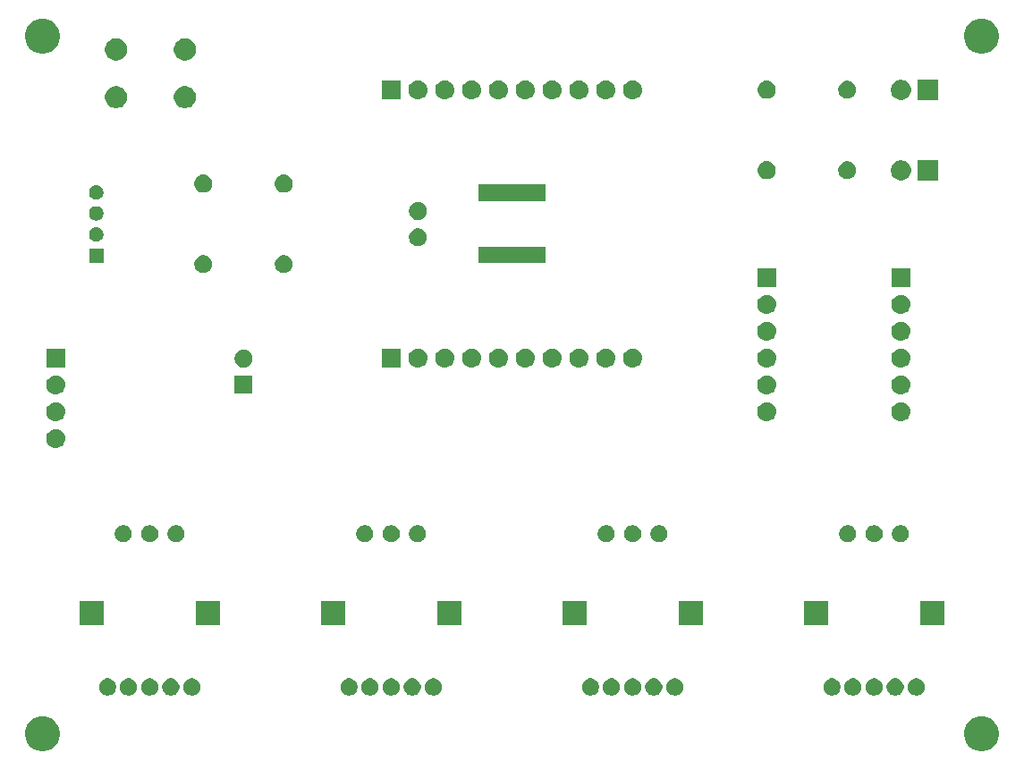
<source format=gts>
G04 #@! TF.GenerationSoftware,KiCad,Pcbnew,(5.0.2)-1*
G04 #@! TF.CreationDate,2022-01-15T23:06:10+09:00*
G04 #@! TF.ProjectId,Valve,56616c76-652e-46b6-9963-61645f706362,rev?*
G04 #@! TF.SameCoordinates,Original*
G04 #@! TF.FileFunction,Soldermask,Top*
G04 #@! TF.FilePolarity,Negative*
%FSLAX46Y46*%
G04 Gerber Fmt 4.6, Leading zero omitted, Abs format (unit mm)*
G04 Created by KiCad (PCBNEW (5.0.2)-1) date 2022/01/15 23:06:10*
%MOMM*%
%LPD*%
G01*
G04 APERTURE LIST*
%ADD10C,0.100000*%
G04 APERTURE END LIST*
D10*
G36*
X165475256Y-115231298D02*
X165581579Y-115252447D01*
X165882042Y-115376903D01*
X166148852Y-115555180D01*
X166152454Y-115557587D01*
X166382413Y-115787546D01*
X166563098Y-116057960D01*
X166687553Y-116358422D01*
X166751000Y-116677389D01*
X166751000Y-117002611D01*
X166687553Y-117321578D01*
X166563098Y-117622040D01*
X166382413Y-117892454D01*
X166152454Y-118122413D01*
X166152451Y-118122415D01*
X165882042Y-118303097D01*
X165581579Y-118427553D01*
X165475256Y-118448702D01*
X165262611Y-118491000D01*
X164937389Y-118491000D01*
X164724744Y-118448702D01*
X164618421Y-118427553D01*
X164317958Y-118303097D01*
X164047549Y-118122415D01*
X164047546Y-118122413D01*
X163817587Y-117892454D01*
X163636902Y-117622040D01*
X163512447Y-117321578D01*
X163449000Y-117002611D01*
X163449000Y-116677389D01*
X163512447Y-116358422D01*
X163636902Y-116057960D01*
X163817587Y-115787546D01*
X164047546Y-115557587D01*
X164051148Y-115555180D01*
X164317958Y-115376903D01*
X164618421Y-115252447D01*
X164724744Y-115231298D01*
X164937389Y-115189000D01*
X165262611Y-115189000D01*
X165475256Y-115231298D01*
X165475256Y-115231298D01*
G37*
G36*
X76575256Y-115231298D02*
X76681579Y-115252447D01*
X76982042Y-115376903D01*
X77248852Y-115555180D01*
X77252454Y-115557587D01*
X77482413Y-115787546D01*
X77663098Y-116057960D01*
X77787553Y-116358422D01*
X77851000Y-116677389D01*
X77851000Y-117002611D01*
X77787553Y-117321578D01*
X77663098Y-117622040D01*
X77482413Y-117892454D01*
X77252454Y-118122413D01*
X77252451Y-118122415D01*
X76982042Y-118303097D01*
X76681579Y-118427553D01*
X76575256Y-118448702D01*
X76362611Y-118491000D01*
X76037389Y-118491000D01*
X75824744Y-118448702D01*
X75718421Y-118427553D01*
X75417958Y-118303097D01*
X75147549Y-118122415D01*
X75147546Y-118122413D01*
X74917587Y-117892454D01*
X74736902Y-117622040D01*
X74612447Y-117321578D01*
X74549000Y-117002611D01*
X74549000Y-116677389D01*
X74612447Y-116358422D01*
X74736902Y-116057960D01*
X74917587Y-115787546D01*
X75147546Y-115557587D01*
X75151148Y-115555180D01*
X75417958Y-115376903D01*
X75718421Y-115252447D01*
X75824744Y-115231298D01*
X76037389Y-115189000D01*
X76362611Y-115189000D01*
X76575256Y-115231298D01*
X76575256Y-115231298D01*
G37*
G36*
X151177142Y-111628242D02*
X151325102Y-111689530D01*
X151458258Y-111778502D01*
X151571498Y-111891742D01*
X151660470Y-112024898D01*
X151721758Y-112172858D01*
X151753000Y-112329925D01*
X151753000Y-112490075D01*
X151721758Y-112647142D01*
X151660470Y-112795102D01*
X151571498Y-112928258D01*
X151458258Y-113041498D01*
X151325102Y-113130470D01*
X151177142Y-113191758D01*
X151020075Y-113223000D01*
X150859925Y-113223000D01*
X150702858Y-113191758D01*
X150554898Y-113130470D01*
X150421742Y-113041498D01*
X150308502Y-112928258D01*
X150219530Y-112795102D01*
X150158242Y-112647142D01*
X150127000Y-112490075D01*
X150127000Y-112329925D01*
X150158242Y-112172858D01*
X150219530Y-112024898D01*
X150308502Y-111891742D01*
X150421742Y-111778502D01*
X150554898Y-111689530D01*
X150702858Y-111628242D01*
X150859925Y-111597000D01*
X151020075Y-111597000D01*
X151177142Y-111628242D01*
X151177142Y-111628242D01*
G37*
G36*
X159177142Y-111628242D02*
X159325102Y-111689530D01*
X159458258Y-111778502D01*
X159571498Y-111891742D01*
X159660470Y-112024898D01*
X159721758Y-112172858D01*
X159753000Y-112329925D01*
X159753000Y-112490075D01*
X159721758Y-112647142D01*
X159660470Y-112795102D01*
X159571498Y-112928258D01*
X159458258Y-113041498D01*
X159325102Y-113130470D01*
X159177142Y-113191758D01*
X159020075Y-113223000D01*
X158859925Y-113223000D01*
X158702858Y-113191758D01*
X158554898Y-113130470D01*
X158421742Y-113041498D01*
X158308502Y-112928258D01*
X158219530Y-112795102D01*
X158158242Y-112647142D01*
X158127000Y-112490075D01*
X158127000Y-112329925D01*
X158158242Y-112172858D01*
X158219530Y-112024898D01*
X158308502Y-111891742D01*
X158421742Y-111778502D01*
X158554898Y-111689530D01*
X158702858Y-111628242D01*
X158859925Y-111597000D01*
X159020075Y-111597000D01*
X159177142Y-111628242D01*
X159177142Y-111628242D01*
G37*
G36*
X157177142Y-111628242D02*
X157325102Y-111689530D01*
X157458258Y-111778502D01*
X157571498Y-111891742D01*
X157660470Y-112024898D01*
X157721758Y-112172858D01*
X157753000Y-112329925D01*
X157753000Y-112490075D01*
X157721758Y-112647142D01*
X157660470Y-112795102D01*
X157571498Y-112928258D01*
X157458258Y-113041498D01*
X157325102Y-113130470D01*
X157177142Y-113191758D01*
X157020075Y-113223000D01*
X156859925Y-113223000D01*
X156702858Y-113191758D01*
X156554898Y-113130470D01*
X156421742Y-113041498D01*
X156308502Y-112928258D01*
X156219530Y-112795102D01*
X156158242Y-112647142D01*
X156127000Y-112490075D01*
X156127000Y-112329925D01*
X156158242Y-112172858D01*
X156219530Y-112024898D01*
X156308502Y-111891742D01*
X156421742Y-111778502D01*
X156554898Y-111689530D01*
X156702858Y-111628242D01*
X156859925Y-111597000D01*
X157020075Y-111597000D01*
X157177142Y-111628242D01*
X157177142Y-111628242D01*
G37*
G36*
X90597142Y-111628242D02*
X90745102Y-111689530D01*
X90878258Y-111778502D01*
X90991498Y-111891742D01*
X91080470Y-112024898D01*
X91141758Y-112172858D01*
X91173000Y-112329925D01*
X91173000Y-112490075D01*
X91141758Y-112647142D01*
X91080470Y-112795102D01*
X90991498Y-112928258D01*
X90878258Y-113041498D01*
X90745102Y-113130470D01*
X90597142Y-113191758D01*
X90440075Y-113223000D01*
X90279925Y-113223000D01*
X90122858Y-113191758D01*
X89974898Y-113130470D01*
X89841742Y-113041498D01*
X89728502Y-112928258D01*
X89639530Y-112795102D01*
X89578242Y-112647142D01*
X89547000Y-112490075D01*
X89547000Y-112329925D01*
X89578242Y-112172858D01*
X89639530Y-112024898D01*
X89728502Y-111891742D01*
X89841742Y-111778502D01*
X89974898Y-111689530D01*
X90122858Y-111628242D01*
X90279925Y-111597000D01*
X90440075Y-111597000D01*
X90597142Y-111628242D01*
X90597142Y-111628242D01*
G37*
G36*
X88597142Y-111628242D02*
X88745102Y-111689530D01*
X88878258Y-111778502D01*
X88991498Y-111891742D01*
X89080470Y-112024898D01*
X89141758Y-112172858D01*
X89173000Y-112329925D01*
X89173000Y-112490075D01*
X89141758Y-112647142D01*
X89080470Y-112795102D01*
X88991498Y-112928258D01*
X88878258Y-113041498D01*
X88745102Y-113130470D01*
X88597142Y-113191758D01*
X88440075Y-113223000D01*
X88279925Y-113223000D01*
X88122858Y-113191758D01*
X87974898Y-113130470D01*
X87841742Y-113041498D01*
X87728502Y-112928258D01*
X87639530Y-112795102D01*
X87578242Y-112647142D01*
X87547000Y-112490075D01*
X87547000Y-112329925D01*
X87578242Y-112172858D01*
X87639530Y-112024898D01*
X87728502Y-111891742D01*
X87841742Y-111778502D01*
X87974898Y-111689530D01*
X88122858Y-111628242D01*
X88279925Y-111597000D01*
X88440075Y-111597000D01*
X88597142Y-111628242D01*
X88597142Y-111628242D01*
G37*
G36*
X86597142Y-111628242D02*
X86745102Y-111689530D01*
X86878258Y-111778502D01*
X86991498Y-111891742D01*
X87080470Y-112024898D01*
X87141758Y-112172858D01*
X87173000Y-112329925D01*
X87173000Y-112490075D01*
X87141758Y-112647142D01*
X87080470Y-112795102D01*
X86991498Y-112928258D01*
X86878258Y-113041498D01*
X86745102Y-113130470D01*
X86597142Y-113191758D01*
X86440075Y-113223000D01*
X86279925Y-113223000D01*
X86122858Y-113191758D01*
X85974898Y-113130470D01*
X85841742Y-113041498D01*
X85728502Y-112928258D01*
X85639530Y-112795102D01*
X85578242Y-112647142D01*
X85547000Y-112490075D01*
X85547000Y-112329925D01*
X85578242Y-112172858D01*
X85639530Y-112024898D01*
X85728502Y-111891742D01*
X85841742Y-111778502D01*
X85974898Y-111689530D01*
X86122858Y-111628242D01*
X86279925Y-111597000D01*
X86440075Y-111597000D01*
X86597142Y-111628242D01*
X86597142Y-111628242D01*
G37*
G36*
X84597142Y-111628242D02*
X84745102Y-111689530D01*
X84878258Y-111778502D01*
X84991498Y-111891742D01*
X85080470Y-112024898D01*
X85141758Y-112172858D01*
X85173000Y-112329925D01*
X85173000Y-112490075D01*
X85141758Y-112647142D01*
X85080470Y-112795102D01*
X84991498Y-112928258D01*
X84878258Y-113041498D01*
X84745102Y-113130470D01*
X84597142Y-113191758D01*
X84440075Y-113223000D01*
X84279925Y-113223000D01*
X84122858Y-113191758D01*
X83974898Y-113130470D01*
X83841742Y-113041498D01*
X83728502Y-112928258D01*
X83639530Y-112795102D01*
X83578242Y-112647142D01*
X83547000Y-112490075D01*
X83547000Y-112329925D01*
X83578242Y-112172858D01*
X83639530Y-112024898D01*
X83728502Y-111891742D01*
X83841742Y-111778502D01*
X83974898Y-111689530D01*
X84122858Y-111628242D01*
X84279925Y-111597000D01*
X84440075Y-111597000D01*
X84597142Y-111628242D01*
X84597142Y-111628242D01*
G37*
G36*
X82597142Y-111628242D02*
X82745102Y-111689530D01*
X82878258Y-111778502D01*
X82991498Y-111891742D01*
X83080470Y-112024898D01*
X83141758Y-112172858D01*
X83173000Y-112329925D01*
X83173000Y-112490075D01*
X83141758Y-112647142D01*
X83080470Y-112795102D01*
X82991498Y-112928258D01*
X82878258Y-113041498D01*
X82745102Y-113130470D01*
X82597142Y-113191758D01*
X82440075Y-113223000D01*
X82279925Y-113223000D01*
X82122858Y-113191758D01*
X81974898Y-113130470D01*
X81841742Y-113041498D01*
X81728502Y-112928258D01*
X81639530Y-112795102D01*
X81578242Y-112647142D01*
X81547000Y-112490075D01*
X81547000Y-112329925D01*
X81578242Y-112172858D01*
X81639530Y-112024898D01*
X81728502Y-111891742D01*
X81841742Y-111778502D01*
X81974898Y-111689530D01*
X82122858Y-111628242D01*
X82279925Y-111597000D01*
X82440075Y-111597000D01*
X82597142Y-111628242D01*
X82597142Y-111628242D01*
G37*
G36*
X105457142Y-111628242D02*
X105605102Y-111689530D01*
X105738258Y-111778502D01*
X105851498Y-111891742D01*
X105940470Y-112024898D01*
X106001758Y-112172858D01*
X106033000Y-112329925D01*
X106033000Y-112490075D01*
X106001758Y-112647142D01*
X105940470Y-112795102D01*
X105851498Y-112928258D01*
X105738258Y-113041498D01*
X105605102Y-113130470D01*
X105457142Y-113191758D01*
X105300075Y-113223000D01*
X105139925Y-113223000D01*
X104982858Y-113191758D01*
X104834898Y-113130470D01*
X104701742Y-113041498D01*
X104588502Y-112928258D01*
X104499530Y-112795102D01*
X104438242Y-112647142D01*
X104407000Y-112490075D01*
X104407000Y-112329925D01*
X104438242Y-112172858D01*
X104499530Y-112024898D01*
X104588502Y-111891742D01*
X104701742Y-111778502D01*
X104834898Y-111689530D01*
X104982858Y-111628242D01*
X105139925Y-111597000D01*
X105300075Y-111597000D01*
X105457142Y-111628242D01*
X105457142Y-111628242D01*
G37*
G36*
X109457142Y-111628242D02*
X109605102Y-111689530D01*
X109738258Y-111778502D01*
X109851498Y-111891742D01*
X109940470Y-112024898D01*
X110001758Y-112172858D01*
X110033000Y-112329925D01*
X110033000Y-112490075D01*
X110001758Y-112647142D01*
X109940470Y-112795102D01*
X109851498Y-112928258D01*
X109738258Y-113041498D01*
X109605102Y-113130470D01*
X109457142Y-113191758D01*
X109300075Y-113223000D01*
X109139925Y-113223000D01*
X108982858Y-113191758D01*
X108834898Y-113130470D01*
X108701742Y-113041498D01*
X108588502Y-112928258D01*
X108499530Y-112795102D01*
X108438242Y-112647142D01*
X108407000Y-112490075D01*
X108407000Y-112329925D01*
X108438242Y-112172858D01*
X108499530Y-112024898D01*
X108588502Y-111891742D01*
X108701742Y-111778502D01*
X108834898Y-111689530D01*
X108982858Y-111628242D01*
X109139925Y-111597000D01*
X109300075Y-111597000D01*
X109457142Y-111628242D01*
X109457142Y-111628242D01*
G37*
G36*
X111457142Y-111628242D02*
X111605102Y-111689530D01*
X111738258Y-111778502D01*
X111851498Y-111891742D01*
X111940470Y-112024898D01*
X112001758Y-112172858D01*
X112033000Y-112329925D01*
X112033000Y-112490075D01*
X112001758Y-112647142D01*
X111940470Y-112795102D01*
X111851498Y-112928258D01*
X111738258Y-113041498D01*
X111605102Y-113130470D01*
X111457142Y-113191758D01*
X111300075Y-113223000D01*
X111139925Y-113223000D01*
X110982858Y-113191758D01*
X110834898Y-113130470D01*
X110701742Y-113041498D01*
X110588502Y-112928258D01*
X110499530Y-112795102D01*
X110438242Y-112647142D01*
X110407000Y-112490075D01*
X110407000Y-112329925D01*
X110438242Y-112172858D01*
X110499530Y-112024898D01*
X110588502Y-111891742D01*
X110701742Y-111778502D01*
X110834898Y-111689530D01*
X110982858Y-111628242D01*
X111139925Y-111597000D01*
X111300075Y-111597000D01*
X111457142Y-111628242D01*
X111457142Y-111628242D01*
G37*
G36*
X113457142Y-111628242D02*
X113605102Y-111689530D01*
X113738258Y-111778502D01*
X113851498Y-111891742D01*
X113940470Y-112024898D01*
X114001758Y-112172858D01*
X114033000Y-112329925D01*
X114033000Y-112490075D01*
X114001758Y-112647142D01*
X113940470Y-112795102D01*
X113851498Y-112928258D01*
X113738258Y-113041498D01*
X113605102Y-113130470D01*
X113457142Y-113191758D01*
X113300075Y-113223000D01*
X113139925Y-113223000D01*
X112982858Y-113191758D01*
X112834898Y-113130470D01*
X112701742Y-113041498D01*
X112588502Y-112928258D01*
X112499530Y-112795102D01*
X112438242Y-112647142D01*
X112407000Y-112490075D01*
X112407000Y-112329925D01*
X112438242Y-112172858D01*
X112499530Y-112024898D01*
X112588502Y-111891742D01*
X112701742Y-111778502D01*
X112834898Y-111689530D01*
X112982858Y-111628242D01*
X113139925Y-111597000D01*
X113300075Y-111597000D01*
X113457142Y-111628242D01*
X113457142Y-111628242D01*
G37*
G36*
X136317142Y-111628242D02*
X136465102Y-111689530D01*
X136598258Y-111778502D01*
X136711498Y-111891742D01*
X136800470Y-112024898D01*
X136861758Y-112172858D01*
X136893000Y-112329925D01*
X136893000Y-112490075D01*
X136861758Y-112647142D01*
X136800470Y-112795102D01*
X136711498Y-112928258D01*
X136598258Y-113041498D01*
X136465102Y-113130470D01*
X136317142Y-113191758D01*
X136160075Y-113223000D01*
X135999925Y-113223000D01*
X135842858Y-113191758D01*
X135694898Y-113130470D01*
X135561742Y-113041498D01*
X135448502Y-112928258D01*
X135359530Y-112795102D01*
X135298242Y-112647142D01*
X135267000Y-112490075D01*
X135267000Y-112329925D01*
X135298242Y-112172858D01*
X135359530Y-112024898D01*
X135448502Y-111891742D01*
X135561742Y-111778502D01*
X135694898Y-111689530D01*
X135842858Y-111628242D01*
X135999925Y-111597000D01*
X136160075Y-111597000D01*
X136317142Y-111628242D01*
X136317142Y-111628242D01*
G37*
G36*
X134317142Y-111628242D02*
X134465102Y-111689530D01*
X134598258Y-111778502D01*
X134711498Y-111891742D01*
X134800470Y-112024898D01*
X134861758Y-112172858D01*
X134893000Y-112329925D01*
X134893000Y-112490075D01*
X134861758Y-112647142D01*
X134800470Y-112795102D01*
X134711498Y-112928258D01*
X134598258Y-113041498D01*
X134465102Y-113130470D01*
X134317142Y-113191758D01*
X134160075Y-113223000D01*
X133999925Y-113223000D01*
X133842858Y-113191758D01*
X133694898Y-113130470D01*
X133561742Y-113041498D01*
X133448502Y-112928258D01*
X133359530Y-112795102D01*
X133298242Y-112647142D01*
X133267000Y-112490075D01*
X133267000Y-112329925D01*
X133298242Y-112172858D01*
X133359530Y-112024898D01*
X133448502Y-111891742D01*
X133561742Y-111778502D01*
X133694898Y-111689530D01*
X133842858Y-111628242D01*
X133999925Y-111597000D01*
X134160075Y-111597000D01*
X134317142Y-111628242D01*
X134317142Y-111628242D01*
G37*
G36*
X132317142Y-111628242D02*
X132465102Y-111689530D01*
X132598258Y-111778502D01*
X132711498Y-111891742D01*
X132800470Y-112024898D01*
X132861758Y-112172858D01*
X132893000Y-112329925D01*
X132893000Y-112490075D01*
X132861758Y-112647142D01*
X132800470Y-112795102D01*
X132711498Y-112928258D01*
X132598258Y-113041498D01*
X132465102Y-113130470D01*
X132317142Y-113191758D01*
X132160075Y-113223000D01*
X131999925Y-113223000D01*
X131842858Y-113191758D01*
X131694898Y-113130470D01*
X131561742Y-113041498D01*
X131448502Y-112928258D01*
X131359530Y-112795102D01*
X131298242Y-112647142D01*
X131267000Y-112490075D01*
X131267000Y-112329925D01*
X131298242Y-112172858D01*
X131359530Y-112024898D01*
X131448502Y-111891742D01*
X131561742Y-111778502D01*
X131694898Y-111689530D01*
X131842858Y-111628242D01*
X131999925Y-111597000D01*
X132160075Y-111597000D01*
X132317142Y-111628242D01*
X132317142Y-111628242D01*
G37*
G36*
X130317142Y-111628242D02*
X130465102Y-111689530D01*
X130598258Y-111778502D01*
X130711498Y-111891742D01*
X130800470Y-112024898D01*
X130861758Y-112172858D01*
X130893000Y-112329925D01*
X130893000Y-112490075D01*
X130861758Y-112647142D01*
X130800470Y-112795102D01*
X130711498Y-112928258D01*
X130598258Y-113041498D01*
X130465102Y-113130470D01*
X130317142Y-113191758D01*
X130160075Y-113223000D01*
X129999925Y-113223000D01*
X129842858Y-113191758D01*
X129694898Y-113130470D01*
X129561742Y-113041498D01*
X129448502Y-112928258D01*
X129359530Y-112795102D01*
X129298242Y-112647142D01*
X129267000Y-112490075D01*
X129267000Y-112329925D01*
X129298242Y-112172858D01*
X129359530Y-112024898D01*
X129448502Y-111891742D01*
X129561742Y-111778502D01*
X129694898Y-111689530D01*
X129842858Y-111628242D01*
X129999925Y-111597000D01*
X130160075Y-111597000D01*
X130317142Y-111628242D01*
X130317142Y-111628242D01*
G37*
G36*
X128317142Y-111628242D02*
X128465102Y-111689530D01*
X128598258Y-111778502D01*
X128711498Y-111891742D01*
X128800470Y-112024898D01*
X128861758Y-112172858D01*
X128893000Y-112329925D01*
X128893000Y-112490075D01*
X128861758Y-112647142D01*
X128800470Y-112795102D01*
X128711498Y-112928258D01*
X128598258Y-113041498D01*
X128465102Y-113130470D01*
X128317142Y-113191758D01*
X128160075Y-113223000D01*
X127999925Y-113223000D01*
X127842858Y-113191758D01*
X127694898Y-113130470D01*
X127561742Y-113041498D01*
X127448502Y-112928258D01*
X127359530Y-112795102D01*
X127298242Y-112647142D01*
X127267000Y-112490075D01*
X127267000Y-112329925D01*
X127298242Y-112172858D01*
X127359530Y-112024898D01*
X127448502Y-111891742D01*
X127561742Y-111778502D01*
X127694898Y-111689530D01*
X127842858Y-111628242D01*
X127999925Y-111597000D01*
X128160075Y-111597000D01*
X128317142Y-111628242D01*
X128317142Y-111628242D01*
G37*
G36*
X153177142Y-111628242D02*
X153325102Y-111689530D01*
X153458258Y-111778502D01*
X153571498Y-111891742D01*
X153660470Y-112024898D01*
X153721758Y-112172858D01*
X153753000Y-112329925D01*
X153753000Y-112490075D01*
X153721758Y-112647142D01*
X153660470Y-112795102D01*
X153571498Y-112928258D01*
X153458258Y-113041498D01*
X153325102Y-113130470D01*
X153177142Y-113191758D01*
X153020075Y-113223000D01*
X152859925Y-113223000D01*
X152702858Y-113191758D01*
X152554898Y-113130470D01*
X152421742Y-113041498D01*
X152308502Y-112928258D01*
X152219530Y-112795102D01*
X152158242Y-112647142D01*
X152127000Y-112490075D01*
X152127000Y-112329925D01*
X152158242Y-112172858D01*
X152219530Y-112024898D01*
X152308502Y-111891742D01*
X152421742Y-111778502D01*
X152554898Y-111689530D01*
X152702858Y-111628242D01*
X152859925Y-111597000D01*
X153020075Y-111597000D01*
X153177142Y-111628242D01*
X153177142Y-111628242D01*
G37*
G36*
X155177142Y-111628242D02*
X155325102Y-111689530D01*
X155458258Y-111778502D01*
X155571498Y-111891742D01*
X155660470Y-112024898D01*
X155721758Y-112172858D01*
X155753000Y-112329925D01*
X155753000Y-112490075D01*
X155721758Y-112647142D01*
X155660470Y-112795102D01*
X155571498Y-112928258D01*
X155458258Y-113041498D01*
X155325102Y-113130470D01*
X155177142Y-113191758D01*
X155020075Y-113223000D01*
X154859925Y-113223000D01*
X154702858Y-113191758D01*
X154554898Y-113130470D01*
X154421742Y-113041498D01*
X154308502Y-112928258D01*
X154219530Y-112795102D01*
X154158242Y-112647142D01*
X154127000Y-112490075D01*
X154127000Y-112329925D01*
X154158242Y-112172858D01*
X154219530Y-112024898D01*
X154308502Y-111891742D01*
X154421742Y-111778502D01*
X154554898Y-111689530D01*
X154702858Y-111628242D01*
X154859925Y-111597000D01*
X155020075Y-111597000D01*
X155177142Y-111628242D01*
X155177142Y-111628242D01*
G37*
G36*
X107457142Y-111628242D02*
X107605102Y-111689530D01*
X107738258Y-111778502D01*
X107851498Y-111891742D01*
X107940470Y-112024898D01*
X108001758Y-112172858D01*
X108033000Y-112329925D01*
X108033000Y-112490075D01*
X108001758Y-112647142D01*
X107940470Y-112795102D01*
X107851498Y-112928258D01*
X107738258Y-113041498D01*
X107605102Y-113130470D01*
X107457142Y-113191758D01*
X107300075Y-113223000D01*
X107139925Y-113223000D01*
X106982858Y-113191758D01*
X106834898Y-113130470D01*
X106701742Y-113041498D01*
X106588502Y-112928258D01*
X106499530Y-112795102D01*
X106438242Y-112647142D01*
X106407000Y-112490075D01*
X106407000Y-112329925D01*
X106438242Y-112172858D01*
X106499530Y-112024898D01*
X106588502Y-111891742D01*
X106701742Y-111778502D01*
X106834898Y-111689530D01*
X106982858Y-111628242D01*
X107139925Y-111597000D01*
X107300075Y-111597000D01*
X107457142Y-111628242D01*
X107457142Y-111628242D01*
G37*
G36*
X93011000Y-106561000D02*
X90709000Y-106561000D01*
X90709000Y-104259000D01*
X93011000Y-104259000D01*
X93011000Y-106561000D01*
X93011000Y-106561000D01*
G37*
G36*
X161591000Y-106561000D02*
X159289000Y-106561000D01*
X159289000Y-104259000D01*
X161591000Y-104259000D01*
X161591000Y-106561000D01*
X161591000Y-106561000D01*
G37*
G36*
X150591000Y-106561000D02*
X148289000Y-106561000D01*
X148289000Y-104259000D01*
X150591000Y-104259000D01*
X150591000Y-106561000D01*
X150591000Y-106561000D01*
G37*
G36*
X127731000Y-106561000D02*
X125429000Y-106561000D01*
X125429000Y-104259000D01*
X127731000Y-104259000D01*
X127731000Y-106561000D01*
X127731000Y-106561000D01*
G37*
G36*
X104871000Y-106561000D02*
X102569000Y-106561000D01*
X102569000Y-104259000D01*
X104871000Y-104259000D01*
X104871000Y-106561000D01*
X104871000Y-106561000D01*
G37*
G36*
X115871000Y-106561000D02*
X113569000Y-106561000D01*
X113569000Y-104259000D01*
X115871000Y-104259000D01*
X115871000Y-106561000D01*
X115871000Y-106561000D01*
G37*
G36*
X138731000Y-106561000D02*
X136429000Y-106561000D01*
X136429000Y-104259000D01*
X138731000Y-104259000D01*
X138731000Y-106561000D01*
X138731000Y-106561000D01*
G37*
G36*
X82011000Y-106561000D02*
X79709000Y-106561000D01*
X79709000Y-104259000D01*
X82011000Y-104259000D01*
X82011000Y-106561000D01*
X82011000Y-106561000D01*
G37*
G36*
X86597142Y-97128242D02*
X86745102Y-97189530D01*
X86878258Y-97278502D01*
X86991498Y-97391742D01*
X87080470Y-97524898D01*
X87141758Y-97672858D01*
X87173000Y-97829925D01*
X87173000Y-97990075D01*
X87141758Y-98147142D01*
X87080470Y-98295102D01*
X86991498Y-98428258D01*
X86878258Y-98541498D01*
X86745102Y-98630470D01*
X86597142Y-98691758D01*
X86440075Y-98723000D01*
X86279925Y-98723000D01*
X86122858Y-98691758D01*
X85974898Y-98630470D01*
X85841742Y-98541498D01*
X85728502Y-98428258D01*
X85639530Y-98295102D01*
X85578242Y-98147142D01*
X85547000Y-97990075D01*
X85547000Y-97829925D01*
X85578242Y-97672858D01*
X85639530Y-97524898D01*
X85728502Y-97391742D01*
X85841742Y-97278502D01*
X85974898Y-97189530D01*
X86122858Y-97128242D01*
X86279925Y-97097000D01*
X86440075Y-97097000D01*
X86597142Y-97128242D01*
X86597142Y-97128242D01*
G37*
G36*
X89097142Y-97128242D02*
X89245102Y-97189530D01*
X89378258Y-97278502D01*
X89491498Y-97391742D01*
X89580470Y-97524898D01*
X89641758Y-97672858D01*
X89673000Y-97829925D01*
X89673000Y-97990075D01*
X89641758Y-98147142D01*
X89580470Y-98295102D01*
X89491498Y-98428258D01*
X89378258Y-98541498D01*
X89245102Y-98630470D01*
X89097142Y-98691758D01*
X88940075Y-98723000D01*
X88779925Y-98723000D01*
X88622858Y-98691758D01*
X88474898Y-98630470D01*
X88341742Y-98541498D01*
X88228502Y-98428258D01*
X88139530Y-98295102D01*
X88078242Y-98147142D01*
X88047000Y-97990075D01*
X88047000Y-97829925D01*
X88078242Y-97672858D01*
X88139530Y-97524898D01*
X88228502Y-97391742D01*
X88341742Y-97278502D01*
X88474898Y-97189530D01*
X88622858Y-97128242D01*
X88779925Y-97097000D01*
X88940075Y-97097000D01*
X89097142Y-97128242D01*
X89097142Y-97128242D01*
G37*
G36*
X106957142Y-97128242D02*
X107105102Y-97189530D01*
X107238258Y-97278502D01*
X107351498Y-97391742D01*
X107440470Y-97524898D01*
X107501758Y-97672858D01*
X107533000Y-97829925D01*
X107533000Y-97990075D01*
X107501758Y-98147142D01*
X107440470Y-98295102D01*
X107351498Y-98428258D01*
X107238258Y-98541498D01*
X107105102Y-98630470D01*
X106957142Y-98691758D01*
X106800075Y-98723000D01*
X106639925Y-98723000D01*
X106482858Y-98691758D01*
X106334898Y-98630470D01*
X106201742Y-98541498D01*
X106088502Y-98428258D01*
X105999530Y-98295102D01*
X105938242Y-98147142D01*
X105907000Y-97990075D01*
X105907000Y-97829925D01*
X105938242Y-97672858D01*
X105999530Y-97524898D01*
X106088502Y-97391742D01*
X106201742Y-97278502D01*
X106334898Y-97189530D01*
X106482858Y-97128242D01*
X106639925Y-97097000D01*
X106800075Y-97097000D01*
X106957142Y-97128242D01*
X106957142Y-97128242D01*
G37*
G36*
X109457142Y-97128242D02*
X109605102Y-97189530D01*
X109738258Y-97278502D01*
X109851498Y-97391742D01*
X109940470Y-97524898D01*
X110001758Y-97672858D01*
X110033000Y-97829925D01*
X110033000Y-97990075D01*
X110001758Y-98147142D01*
X109940470Y-98295102D01*
X109851498Y-98428258D01*
X109738258Y-98541498D01*
X109605102Y-98630470D01*
X109457142Y-98691758D01*
X109300075Y-98723000D01*
X109139925Y-98723000D01*
X108982858Y-98691758D01*
X108834898Y-98630470D01*
X108701742Y-98541498D01*
X108588502Y-98428258D01*
X108499530Y-98295102D01*
X108438242Y-98147142D01*
X108407000Y-97990075D01*
X108407000Y-97829925D01*
X108438242Y-97672858D01*
X108499530Y-97524898D01*
X108588502Y-97391742D01*
X108701742Y-97278502D01*
X108834898Y-97189530D01*
X108982858Y-97128242D01*
X109139925Y-97097000D01*
X109300075Y-97097000D01*
X109457142Y-97128242D01*
X109457142Y-97128242D01*
G37*
G36*
X111957142Y-97128242D02*
X112105102Y-97189530D01*
X112238258Y-97278502D01*
X112351498Y-97391742D01*
X112440470Y-97524898D01*
X112501758Y-97672858D01*
X112533000Y-97829925D01*
X112533000Y-97990075D01*
X112501758Y-98147142D01*
X112440470Y-98295102D01*
X112351498Y-98428258D01*
X112238258Y-98541498D01*
X112105102Y-98630470D01*
X111957142Y-98691758D01*
X111800075Y-98723000D01*
X111639925Y-98723000D01*
X111482858Y-98691758D01*
X111334898Y-98630470D01*
X111201742Y-98541498D01*
X111088502Y-98428258D01*
X110999530Y-98295102D01*
X110938242Y-98147142D01*
X110907000Y-97990075D01*
X110907000Y-97829925D01*
X110938242Y-97672858D01*
X110999530Y-97524898D01*
X111088502Y-97391742D01*
X111201742Y-97278502D01*
X111334898Y-97189530D01*
X111482858Y-97128242D01*
X111639925Y-97097000D01*
X111800075Y-97097000D01*
X111957142Y-97128242D01*
X111957142Y-97128242D01*
G37*
G36*
X132317142Y-97128242D02*
X132465102Y-97189530D01*
X132598258Y-97278502D01*
X132711498Y-97391742D01*
X132800470Y-97524898D01*
X132861758Y-97672858D01*
X132893000Y-97829925D01*
X132893000Y-97990075D01*
X132861758Y-98147142D01*
X132800470Y-98295102D01*
X132711498Y-98428258D01*
X132598258Y-98541498D01*
X132465102Y-98630470D01*
X132317142Y-98691758D01*
X132160075Y-98723000D01*
X131999925Y-98723000D01*
X131842858Y-98691758D01*
X131694898Y-98630470D01*
X131561742Y-98541498D01*
X131448502Y-98428258D01*
X131359530Y-98295102D01*
X131298242Y-98147142D01*
X131267000Y-97990075D01*
X131267000Y-97829925D01*
X131298242Y-97672858D01*
X131359530Y-97524898D01*
X131448502Y-97391742D01*
X131561742Y-97278502D01*
X131694898Y-97189530D01*
X131842858Y-97128242D01*
X131999925Y-97097000D01*
X132160075Y-97097000D01*
X132317142Y-97128242D01*
X132317142Y-97128242D01*
G37*
G36*
X129817142Y-97128242D02*
X129965102Y-97189530D01*
X130098258Y-97278502D01*
X130211498Y-97391742D01*
X130300470Y-97524898D01*
X130361758Y-97672858D01*
X130393000Y-97829925D01*
X130393000Y-97990075D01*
X130361758Y-98147142D01*
X130300470Y-98295102D01*
X130211498Y-98428258D01*
X130098258Y-98541498D01*
X129965102Y-98630470D01*
X129817142Y-98691758D01*
X129660075Y-98723000D01*
X129499925Y-98723000D01*
X129342858Y-98691758D01*
X129194898Y-98630470D01*
X129061742Y-98541498D01*
X128948502Y-98428258D01*
X128859530Y-98295102D01*
X128798242Y-98147142D01*
X128767000Y-97990075D01*
X128767000Y-97829925D01*
X128798242Y-97672858D01*
X128859530Y-97524898D01*
X128948502Y-97391742D01*
X129061742Y-97278502D01*
X129194898Y-97189530D01*
X129342858Y-97128242D01*
X129499925Y-97097000D01*
X129660075Y-97097000D01*
X129817142Y-97128242D01*
X129817142Y-97128242D01*
G37*
G36*
X152677142Y-97128242D02*
X152825102Y-97189530D01*
X152958258Y-97278502D01*
X153071498Y-97391742D01*
X153160470Y-97524898D01*
X153221758Y-97672858D01*
X153253000Y-97829925D01*
X153253000Y-97990075D01*
X153221758Y-98147142D01*
X153160470Y-98295102D01*
X153071498Y-98428258D01*
X152958258Y-98541498D01*
X152825102Y-98630470D01*
X152677142Y-98691758D01*
X152520075Y-98723000D01*
X152359925Y-98723000D01*
X152202858Y-98691758D01*
X152054898Y-98630470D01*
X151921742Y-98541498D01*
X151808502Y-98428258D01*
X151719530Y-98295102D01*
X151658242Y-98147142D01*
X151627000Y-97990075D01*
X151627000Y-97829925D01*
X151658242Y-97672858D01*
X151719530Y-97524898D01*
X151808502Y-97391742D01*
X151921742Y-97278502D01*
X152054898Y-97189530D01*
X152202858Y-97128242D01*
X152359925Y-97097000D01*
X152520075Y-97097000D01*
X152677142Y-97128242D01*
X152677142Y-97128242D01*
G37*
G36*
X157677142Y-97128242D02*
X157825102Y-97189530D01*
X157958258Y-97278502D01*
X158071498Y-97391742D01*
X158160470Y-97524898D01*
X158221758Y-97672858D01*
X158253000Y-97829925D01*
X158253000Y-97990075D01*
X158221758Y-98147142D01*
X158160470Y-98295102D01*
X158071498Y-98428258D01*
X157958258Y-98541498D01*
X157825102Y-98630470D01*
X157677142Y-98691758D01*
X157520075Y-98723000D01*
X157359925Y-98723000D01*
X157202858Y-98691758D01*
X157054898Y-98630470D01*
X156921742Y-98541498D01*
X156808502Y-98428258D01*
X156719530Y-98295102D01*
X156658242Y-98147142D01*
X156627000Y-97990075D01*
X156627000Y-97829925D01*
X156658242Y-97672858D01*
X156719530Y-97524898D01*
X156808502Y-97391742D01*
X156921742Y-97278502D01*
X157054898Y-97189530D01*
X157202858Y-97128242D01*
X157359925Y-97097000D01*
X157520075Y-97097000D01*
X157677142Y-97128242D01*
X157677142Y-97128242D01*
G37*
G36*
X155177142Y-97128242D02*
X155325102Y-97189530D01*
X155458258Y-97278502D01*
X155571498Y-97391742D01*
X155660470Y-97524898D01*
X155721758Y-97672858D01*
X155753000Y-97829925D01*
X155753000Y-97990075D01*
X155721758Y-98147142D01*
X155660470Y-98295102D01*
X155571498Y-98428258D01*
X155458258Y-98541498D01*
X155325102Y-98630470D01*
X155177142Y-98691758D01*
X155020075Y-98723000D01*
X154859925Y-98723000D01*
X154702858Y-98691758D01*
X154554898Y-98630470D01*
X154421742Y-98541498D01*
X154308502Y-98428258D01*
X154219530Y-98295102D01*
X154158242Y-98147142D01*
X154127000Y-97990075D01*
X154127000Y-97829925D01*
X154158242Y-97672858D01*
X154219530Y-97524898D01*
X154308502Y-97391742D01*
X154421742Y-97278502D01*
X154554898Y-97189530D01*
X154702858Y-97128242D01*
X154859925Y-97097000D01*
X155020075Y-97097000D01*
X155177142Y-97128242D01*
X155177142Y-97128242D01*
G37*
G36*
X134817142Y-97128242D02*
X134965102Y-97189530D01*
X135098258Y-97278502D01*
X135211498Y-97391742D01*
X135300470Y-97524898D01*
X135361758Y-97672858D01*
X135393000Y-97829925D01*
X135393000Y-97990075D01*
X135361758Y-98147142D01*
X135300470Y-98295102D01*
X135211498Y-98428258D01*
X135098258Y-98541498D01*
X134965102Y-98630470D01*
X134817142Y-98691758D01*
X134660075Y-98723000D01*
X134499925Y-98723000D01*
X134342858Y-98691758D01*
X134194898Y-98630470D01*
X134061742Y-98541498D01*
X133948502Y-98428258D01*
X133859530Y-98295102D01*
X133798242Y-98147142D01*
X133767000Y-97990075D01*
X133767000Y-97829925D01*
X133798242Y-97672858D01*
X133859530Y-97524898D01*
X133948502Y-97391742D01*
X134061742Y-97278502D01*
X134194898Y-97189530D01*
X134342858Y-97128242D01*
X134499925Y-97097000D01*
X134660075Y-97097000D01*
X134817142Y-97128242D01*
X134817142Y-97128242D01*
G37*
G36*
X84097142Y-97128242D02*
X84245102Y-97189530D01*
X84378258Y-97278502D01*
X84491498Y-97391742D01*
X84580470Y-97524898D01*
X84641758Y-97672858D01*
X84673000Y-97829925D01*
X84673000Y-97990075D01*
X84641758Y-98147142D01*
X84580470Y-98295102D01*
X84491498Y-98428258D01*
X84378258Y-98541498D01*
X84245102Y-98630470D01*
X84097142Y-98691758D01*
X83940075Y-98723000D01*
X83779925Y-98723000D01*
X83622858Y-98691758D01*
X83474898Y-98630470D01*
X83341742Y-98541498D01*
X83228502Y-98428258D01*
X83139530Y-98295102D01*
X83078242Y-98147142D01*
X83047000Y-97990075D01*
X83047000Y-97829925D01*
X83078242Y-97672858D01*
X83139530Y-97524898D01*
X83228502Y-97391742D01*
X83341742Y-97278502D01*
X83474898Y-97189530D01*
X83622858Y-97128242D01*
X83779925Y-97097000D01*
X83940075Y-97097000D01*
X84097142Y-97128242D01*
X84097142Y-97128242D01*
G37*
G36*
X77580443Y-88005519D02*
X77646627Y-88012037D01*
X77759853Y-88046384D01*
X77816467Y-88063557D01*
X77955087Y-88137652D01*
X77972991Y-88147222D01*
X78008729Y-88176552D01*
X78110186Y-88259814D01*
X78193448Y-88361271D01*
X78222778Y-88397009D01*
X78222779Y-88397011D01*
X78306443Y-88553533D01*
X78306443Y-88553534D01*
X78357963Y-88723373D01*
X78375359Y-88900000D01*
X78357963Y-89076627D01*
X78323616Y-89189853D01*
X78306443Y-89246467D01*
X78232348Y-89385087D01*
X78222778Y-89402991D01*
X78193448Y-89438729D01*
X78110186Y-89540186D01*
X78008729Y-89623448D01*
X77972991Y-89652778D01*
X77972989Y-89652779D01*
X77816467Y-89736443D01*
X77759853Y-89753616D01*
X77646627Y-89787963D01*
X77580443Y-89794481D01*
X77514260Y-89801000D01*
X77425740Y-89801000D01*
X77359557Y-89794481D01*
X77293373Y-89787963D01*
X77180147Y-89753616D01*
X77123533Y-89736443D01*
X76967011Y-89652779D01*
X76967009Y-89652778D01*
X76931271Y-89623448D01*
X76829814Y-89540186D01*
X76746552Y-89438729D01*
X76717222Y-89402991D01*
X76707652Y-89385087D01*
X76633557Y-89246467D01*
X76616384Y-89189853D01*
X76582037Y-89076627D01*
X76564641Y-88900000D01*
X76582037Y-88723373D01*
X76633557Y-88553534D01*
X76633557Y-88553533D01*
X76717221Y-88397011D01*
X76717222Y-88397009D01*
X76746552Y-88361271D01*
X76829814Y-88259814D01*
X76931271Y-88176552D01*
X76967009Y-88147222D01*
X76984913Y-88137652D01*
X77123533Y-88063557D01*
X77180147Y-88046384D01*
X77293373Y-88012037D01*
X77359557Y-88005519D01*
X77425740Y-87999000D01*
X77514260Y-87999000D01*
X77580443Y-88005519D01*
X77580443Y-88005519D01*
G37*
G36*
X144890442Y-85465518D02*
X144956627Y-85472037D01*
X145069853Y-85506384D01*
X145126467Y-85523557D01*
X145265087Y-85597652D01*
X145282991Y-85607222D01*
X145318729Y-85636552D01*
X145420186Y-85719814D01*
X145503448Y-85821271D01*
X145532778Y-85857009D01*
X145532779Y-85857011D01*
X145616443Y-86013533D01*
X145616443Y-86013534D01*
X145667963Y-86183373D01*
X145685359Y-86360000D01*
X145667963Y-86536627D01*
X145633616Y-86649853D01*
X145616443Y-86706467D01*
X145542348Y-86845087D01*
X145532778Y-86862991D01*
X145503448Y-86898729D01*
X145420186Y-87000186D01*
X145318729Y-87083448D01*
X145282991Y-87112778D01*
X145282989Y-87112779D01*
X145126467Y-87196443D01*
X145069853Y-87213616D01*
X144956627Y-87247963D01*
X144890442Y-87254482D01*
X144824260Y-87261000D01*
X144735740Y-87261000D01*
X144669558Y-87254482D01*
X144603373Y-87247963D01*
X144490147Y-87213616D01*
X144433533Y-87196443D01*
X144277011Y-87112779D01*
X144277009Y-87112778D01*
X144241271Y-87083448D01*
X144139814Y-87000186D01*
X144056552Y-86898729D01*
X144027222Y-86862991D01*
X144017652Y-86845087D01*
X143943557Y-86706467D01*
X143926384Y-86649853D01*
X143892037Y-86536627D01*
X143874641Y-86360000D01*
X143892037Y-86183373D01*
X143943557Y-86013534D01*
X143943557Y-86013533D01*
X144027221Y-85857011D01*
X144027222Y-85857009D01*
X144056552Y-85821271D01*
X144139814Y-85719814D01*
X144241271Y-85636552D01*
X144277009Y-85607222D01*
X144294913Y-85597652D01*
X144433533Y-85523557D01*
X144490147Y-85506384D01*
X144603373Y-85472037D01*
X144669558Y-85465518D01*
X144735740Y-85459000D01*
X144824260Y-85459000D01*
X144890442Y-85465518D01*
X144890442Y-85465518D01*
G37*
G36*
X77580442Y-85465518D02*
X77646627Y-85472037D01*
X77759853Y-85506384D01*
X77816467Y-85523557D01*
X77955087Y-85597652D01*
X77972991Y-85607222D01*
X78008729Y-85636552D01*
X78110186Y-85719814D01*
X78193448Y-85821271D01*
X78222778Y-85857009D01*
X78222779Y-85857011D01*
X78306443Y-86013533D01*
X78306443Y-86013534D01*
X78357963Y-86183373D01*
X78375359Y-86360000D01*
X78357963Y-86536627D01*
X78323616Y-86649853D01*
X78306443Y-86706467D01*
X78232348Y-86845087D01*
X78222778Y-86862991D01*
X78193448Y-86898729D01*
X78110186Y-87000186D01*
X78008729Y-87083448D01*
X77972991Y-87112778D01*
X77972989Y-87112779D01*
X77816467Y-87196443D01*
X77759853Y-87213616D01*
X77646627Y-87247963D01*
X77580442Y-87254482D01*
X77514260Y-87261000D01*
X77425740Y-87261000D01*
X77359558Y-87254482D01*
X77293373Y-87247963D01*
X77180147Y-87213616D01*
X77123533Y-87196443D01*
X76967011Y-87112779D01*
X76967009Y-87112778D01*
X76931271Y-87083448D01*
X76829814Y-87000186D01*
X76746552Y-86898729D01*
X76717222Y-86862991D01*
X76707652Y-86845087D01*
X76633557Y-86706467D01*
X76616384Y-86649853D01*
X76582037Y-86536627D01*
X76564641Y-86360000D01*
X76582037Y-86183373D01*
X76633557Y-86013534D01*
X76633557Y-86013533D01*
X76717221Y-85857011D01*
X76717222Y-85857009D01*
X76746552Y-85821271D01*
X76829814Y-85719814D01*
X76931271Y-85636552D01*
X76967009Y-85607222D01*
X76984913Y-85597652D01*
X77123533Y-85523557D01*
X77180147Y-85506384D01*
X77293373Y-85472037D01*
X77359558Y-85465518D01*
X77425740Y-85459000D01*
X77514260Y-85459000D01*
X77580442Y-85465518D01*
X77580442Y-85465518D01*
G37*
G36*
X157590442Y-85465518D02*
X157656627Y-85472037D01*
X157769853Y-85506384D01*
X157826467Y-85523557D01*
X157965087Y-85597652D01*
X157982991Y-85607222D01*
X158018729Y-85636552D01*
X158120186Y-85719814D01*
X158203448Y-85821271D01*
X158232778Y-85857009D01*
X158232779Y-85857011D01*
X158316443Y-86013533D01*
X158316443Y-86013534D01*
X158367963Y-86183373D01*
X158385359Y-86360000D01*
X158367963Y-86536627D01*
X158333616Y-86649853D01*
X158316443Y-86706467D01*
X158242348Y-86845087D01*
X158232778Y-86862991D01*
X158203448Y-86898729D01*
X158120186Y-87000186D01*
X158018729Y-87083448D01*
X157982991Y-87112778D01*
X157982989Y-87112779D01*
X157826467Y-87196443D01*
X157769853Y-87213616D01*
X157656627Y-87247963D01*
X157590442Y-87254482D01*
X157524260Y-87261000D01*
X157435740Y-87261000D01*
X157369558Y-87254482D01*
X157303373Y-87247963D01*
X157190147Y-87213616D01*
X157133533Y-87196443D01*
X156977011Y-87112779D01*
X156977009Y-87112778D01*
X156941271Y-87083448D01*
X156839814Y-87000186D01*
X156756552Y-86898729D01*
X156727222Y-86862991D01*
X156717652Y-86845087D01*
X156643557Y-86706467D01*
X156626384Y-86649853D01*
X156592037Y-86536627D01*
X156574641Y-86360000D01*
X156592037Y-86183373D01*
X156643557Y-86013534D01*
X156643557Y-86013533D01*
X156727221Y-85857011D01*
X156727222Y-85857009D01*
X156756552Y-85821271D01*
X156839814Y-85719814D01*
X156941271Y-85636552D01*
X156977009Y-85607222D01*
X156994913Y-85597652D01*
X157133533Y-85523557D01*
X157190147Y-85506384D01*
X157303373Y-85472037D01*
X157369558Y-85465518D01*
X157435740Y-85459000D01*
X157524260Y-85459000D01*
X157590442Y-85465518D01*
X157590442Y-85465518D01*
G37*
G36*
X157590443Y-82925519D02*
X157656627Y-82932037D01*
X157769853Y-82966384D01*
X157826467Y-82983557D01*
X157965087Y-83057652D01*
X157982991Y-83067222D01*
X158018729Y-83096552D01*
X158120186Y-83179814D01*
X158203448Y-83281271D01*
X158232778Y-83317009D01*
X158232779Y-83317011D01*
X158316443Y-83473533D01*
X158316443Y-83473534D01*
X158367963Y-83643373D01*
X158385359Y-83820000D01*
X158367963Y-83996627D01*
X158333616Y-84109853D01*
X158316443Y-84166467D01*
X158242348Y-84305087D01*
X158232778Y-84322991D01*
X158203448Y-84358729D01*
X158120186Y-84460186D01*
X158018729Y-84543448D01*
X157982991Y-84572778D01*
X157982989Y-84572779D01*
X157826467Y-84656443D01*
X157778478Y-84671000D01*
X157656627Y-84707963D01*
X157590443Y-84714481D01*
X157524260Y-84721000D01*
X157435740Y-84721000D01*
X157369557Y-84714481D01*
X157303373Y-84707963D01*
X157181522Y-84671000D01*
X157133533Y-84656443D01*
X156977011Y-84572779D01*
X156977009Y-84572778D01*
X156941271Y-84543448D01*
X156839814Y-84460186D01*
X156756552Y-84358729D01*
X156727222Y-84322991D01*
X156717652Y-84305087D01*
X156643557Y-84166467D01*
X156626384Y-84109853D01*
X156592037Y-83996627D01*
X156574641Y-83820000D01*
X156592037Y-83643373D01*
X156643557Y-83473534D01*
X156643557Y-83473533D01*
X156727221Y-83317011D01*
X156727222Y-83317009D01*
X156756552Y-83281271D01*
X156839814Y-83179814D01*
X156941271Y-83096552D01*
X156977009Y-83067222D01*
X156994913Y-83057652D01*
X157133533Y-82983557D01*
X157190147Y-82966384D01*
X157303373Y-82932037D01*
X157369557Y-82925519D01*
X157435740Y-82919000D01*
X157524260Y-82919000D01*
X157590443Y-82925519D01*
X157590443Y-82925519D01*
G37*
G36*
X77580443Y-82925519D02*
X77646627Y-82932037D01*
X77759853Y-82966384D01*
X77816467Y-82983557D01*
X77955087Y-83057652D01*
X77972991Y-83067222D01*
X78008729Y-83096552D01*
X78110186Y-83179814D01*
X78193448Y-83281271D01*
X78222778Y-83317009D01*
X78222779Y-83317011D01*
X78306443Y-83473533D01*
X78306443Y-83473534D01*
X78357963Y-83643373D01*
X78375359Y-83820000D01*
X78357963Y-83996627D01*
X78323616Y-84109853D01*
X78306443Y-84166467D01*
X78232348Y-84305087D01*
X78222778Y-84322991D01*
X78193448Y-84358729D01*
X78110186Y-84460186D01*
X78008729Y-84543448D01*
X77972991Y-84572778D01*
X77972989Y-84572779D01*
X77816467Y-84656443D01*
X77768478Y-84671000D01*
X77646627Y-84707963D01*
X77580443Y-84714481D01*
X77514260Y-84721000D01*
X77425740Y-84721000D01*
X77359557Y-84714481D01*
X77293373Y-84707963D01*
X77171522Y-84671000D01*
X77123533Y-84656443D01*
X76967011Y-84572779D01*
X76967009Y-84572778D01*
X76931271Y-84543448D01*
X76829814Y-84460186D01*
X76746552Y-84358729D01*
X76717222Y-84322991D01*
X76707652Y-84305087D01*
X76633557Y-84166467D01*
X76616384Y-84109853D01*
X76582037Y-83996627D01*
X76564641Y-83820000D01*
X76582037Y-83643373D01*
X76633557Y-83473534D01*
X76633557Y-83473533D01*
X76717221Y-83317011D01*
X76717222Y-83317009D01*
X76746552Y-83281271D01*
X76829814Y-83179814D01*
X76931271Y-83096552D01*
X76967009Y-83067222D01*
X76984913Y-83057652D01*
X77123533Y-82983557D01*
X77180147Y-82966384D01*
X77293373Y-82932037D01*
X77359557Y-82925519D01*
X77425740Y-82919000D01*
X77514260Y-82919000D01*
X77580443Y-82925519D01*
X77580443Y-82925519D01*
G37*
G36*
X144890443Y-82925519D02*
X144956627Y-82932037D01*
X145069853Y-82966384D01*
X145126467Y-82983557D01*
X145265087Y-83057652D01*
X145282991Y-83067222D01*
X145318729Y-83096552D01*
X145420186Y-83179814D01*
X145503448Y-83281271D01*
X145532778Y-83317009D01*
X145532779Y-83317011D01*
X145616443Y-83473533D01*
X145616443Y-83473534D01*
X145667963Y-83643373D01*
X145685359Y-83820000D01*
X145667963Y-83996627D01*
X145633616Y-84109853D01*
X145616443Y-84166467D01*
X145542348Y-84305087D01*
X145532778Y-84322991D01*
X145503448Y-84358729D01*
X145420186Y-84460186D01*
X145318729Y-84543448D01*
X145282991Y-84572778D01*
X145282989Y-84572779D01*
X145126467Y-84656443D01*
X145078478Y-84671000D01*
X144956627Y-84707963D01*
X144890443Y-84714481D01*
X144824260Y-84721000D01*
X144735740Y-84721000D01*
X144669557Y-84714481D01*
X144603373Y-84707963D01*
X144481522Y-84671000D01*
X144433533Y-84656443D01*
X144277011Y-84572779D01*
X144277009Y-84572778D01*
X144241271Y-84543448D01*
X144139814Y-84460186D01*
X144056552Y-84358729D01*
X144027222Y-84322991D01*
X144017652Y-84305087D01*
X143943557Y-84166467D01*
X143926384Y-84109853D01*
X143892037Y-83996627D01*
X143874641Y-83820000D01*
X143892037Y-83643373D01*
X143943557Y-83473534D01*
X143943557Y-83473533D01*
X144027221Y-83317011D01*
X144027222Y-83317009D01*
X144056552Y-83281271D01*
X144139814Y-83179814D01*
X144241271Y-83096552D01*
X144277009Y-83067222D01*
X144294913Y-83057652D01*
X144433533Y-82983557D01*
X144490147Y-82966384D01*
X144603373Y-82932037D01*
X144669557Y-82925519D01*
X144735740Y-82919000D01*
X144824260Y-82919000D01*
X144890443Y-82925519D01*
X144890443Y-82925519D01*
G37*
G36*
X96101000Y-84671000D02*
X94399000Y-84671000D01*
X94399000Y-82969000D01*
X96101000Y-82969000D01*
X96101000Y-84671000D01*
X96101000Y-84671000D01*
G37*
G36*
X144890442Y-80385518D02*
X144956627Y-80392037D01*
X145069853Y-80426384D01*
X145126467Y-80443557D01*
X145235249Y-80501703D01*
X145282991Y-80527222D01*
X145318729Y-80556552D01*
X145420186Y-80639814D01*
X145503448Y-80741271D01*
X145532778Y-80777009D01*
X145532779Y-80777011D01*
X145616443Y-80933533D01*
X145616443Y-80933534D01*
X145667963Y-81103373D01*
X145685359Y-81280000D01*
X145667963Y-81456627D01*
X145634109Y-81568228D01*
X145616443Y-81626467D01*
X145564791Y-81723100D01*
X145532778Y-81782991D01*
X145503448Y-81818729D01*
X145420186Y-81920186D01*
X145318729Y-82003448D01*
X145282991Y-82032778D01*
X145282989Y-82032779D01*
X145126467Y-82116443D01*
X145069853Y-82133616D01*
X144956627Y-82167963D01*
X144890443Y-82174481D01*
X144824260Y-82181000D01*
X144735740Y-82181000D01*
X144669557Y-82174481D01*
X144603373Y-82167963D01*
X144490147Y-82133616D01*
X144433533Y-82116443D01*
X144277011Y-82032779D01*
X144277009Y-82032778D01*
X144241271Y-82003448D01*
X144139814Y-81920186D01*
X144056552Y-81818729D01*
X144027222Y-81782991D01*
X143995209Y-81723100D01*
X143943557Y-81626467D01*
X143925891Y-81568228D01*
X143892037Y-81456627D01*
X143874641Y-81280000D01*
X143892037Y-81103373D01*
X143943557Y-80933534D01*
X143943557Y-80933533D01*
X144027221Y-80777011D01*
X144027222Y-80777009D01*
X144056552Y-80741271D01*
X144139814Y-80639814D01*
X144241271Y-80556552D01*
X144277009Y-80527222D01*
X144324751Y-80501703D01*
X144433533Y-80443557D01*
X144490147Y-80426384D01*
X144603373Y-80392037D01*
X144669558Y-80385518D01*
X144735740Y-80379000D01*
X144824260Y-80379000D01*
X144890442Y-80385518D01*
X144890442Y-80385518D01*
G37*
G36*
X78371000Y-82181000D02*
X76569000Y-82181000D01*
X76569000Y-80379000D01*
X78371000Y-80379000D01*
X78371000Y-82181000D01*
X78371000Y-82181000D01*
G37*
G36*
X157590442Y-80385518D02*
X157656627Y-80392037D01*
X157769853Y-80426384D01*
X157826467Y-80443557D01*
X157935249Y-80501703D01*
X157982991Y-80527222D01*
X158018729Y-80556552D01*
X158120186Y-80639814D01*
X158203448Y-80741271D01*
X158232778Y-80777009D01*
X158232779Y-80777011D01*
X158316443Y-80933533D01*
X158316443Y-80933534D01*
X158367963Y-81103373D01*
X158385359Y-81280000D01*
X158367963Y-81456627D01*
X158334109Y-81568228D01*
X158316443Y-81626467D01*
X158264791Y-81723100D01*
X158232778Y-81782991D01*
X158203448Y-81818729D01*
X158120186Y-81920186D01*
X158018729Y-82003448D01*
X157982991Y-82032778D01*
X157982989Y-82032779D01*
X157826467Y-82116443D01*
X157769853Y-82133616D01*
X157656627Y-82167963D01*
X157590443Y-82174481D01*
X157524260Y-82181000D01*
X157435740Y-82181000D01*
X157369557Y-82174481D01*
X157303373Y-82167963D01*
X157190147Y-82133616D01*
X157133533Y-82116443D01*
X156977011Y-82032779D01*
X156977009Y-82032778D01*
X156941271Y-82003448D01*
X156839814Y-81920186D01*
X156756552Y-81818729D01*
X156727222Y-81782991D01*
X156695209Y-81723100D01*
X156643557Y-81626467D01*
X156625891Y-81568228D01*
X156592037Y-81456627D01*
X156574641Y-81280000D01*
X156592037Y-81103373D01*
X156643557Y-80933534D01*
X156643557Y-80933533D01*
X156727221Y-80777011D01*
X156727222Y-80777009D01*
X156756552Y-80741271D01*
X156839814Y-80639814D01*
X156941271Y-80556552D01*
X156977009Y-80527222D01*
X157024751Y-80501703D01*
X157133533Y-80443557D01*
X157190147Y-80426384D01*
X157303373Y-80392037D01*
X157369558Y-80385518D01*
X157435740Y-80379000D01*
X157524260Y-80379000D01*
X157590442Y-80385518D01*
X157590442Y-80385518D01*
G37*
G36*
X116950442Y-80385518D02*
X117016627Y-80392037D01*
X117129853Y-80426384D01*
X117186467Y-80443557D01*
X117295249Y-80501703D01*
X117342991Y-80527222D01*
X117378729Y-80556552D01*
X117480186Y-80639814D01*
X117563448Y-80741271D01*
X117592778Y-80777009D01*
X117592779Y-80777011D01*
X117676443Y-80933533D01*
X117676443Y-80933534D01*
X117727963Y-81103373D01*
X117745359Y-81280000D01*
X117727963Y-81456627D01*
X117694109Y-81568228D01*
X117676443Y-81626467D01*
X117624791Y-81723100D01*
X117592778Y-81782991D01*
X117563448Y-81818729D01*
X117480186Y-81920186D01*
X117378729Y-82003448D01*
X117342991Y-82032778D01*
X117342989Y-82032779D01*
X117186467Y-82116443D01*
X117129853Y-82133616D01*
X117016627Y-82167963D01*
X116950443Y-82174481D01*
X116884260Y-82181000D01*
X116795740Y-82181000D01*
X116729557Y-82174481D01*
X116663373Y-82167963D01*
X116550147Y-82133616D01*
X116493533Y-82116443D01*
X116337011Y-82032779D01*
X116337009Y-82032778D01*
X116301271Y-82003448D01*
X116199814Y-81920186D01*
X116116552Y-81818729D01*
X116087222Y-81782991D01*
X116055209Y-81723100D01*
X116003557Y-81626467D01*
X115985891Y-81568228D01*
X115952037Y-81456627D01*
X115934641Y-81280000D01*
X115952037Y-81103373D01*
X116003557Y-80933534D01*
X116003557Y-80933533D01*
X116087221Y-80777011D01*
X116087222Y-80777009D01*
X116116552Y-80741271D01*
X116199814Y-80639814D01*
X116301271Y-80556552D01*
X116337009Y-80527222D01*
X116384751Y-80501703D01*
X116493533Y-80443557D01*
X116550147Y-80426384D01*
X116663373Y-80392037D01*
X116729558Y-80385518D01*
X116795740Y-80379000D01*
X116884260Y-80379000D01*
X116950442Y-80385518D01*
X116950442Y-80385518D01*
G37*
G36*
X132190442Y-80385518D02*
X132256627Y-80392037D01*
X132369853Y-80426384D01*
X132426467Y-80443557D01*
X132535249Y-80501703D01*
X132582991Y-80527222D01*
X132618729Y-80556552D01*
X132720186Y-80639814D01*
X132803448Y-80741271D01*
X132832778Y-80777009D01*
X132832779Y-80777011D01*
X132916443Y-80933533D01*
X132916443Y-80933534D01*
X132967963Y-81103373D01*
X132985359Y-81280000D01*
X132967963Y-81456627D01*
X132934109Y-81568228D01*
X132916443Y-81626467D01*
X132864791Y-81723100D01*
X132832778Y-81782991D01*
X132803448Y-81818729D01*
X132720186Y-81920186D01*
X132618729Y-82003448D01*
X132582991Y-82032778D01*
X132582989Y-82032779D01*
X132426467Y-82116443D01*
X132369853Y-82133616D01*
X132256627Y-82167963D01*
X132190443Y-82174481D01*
X132124260Y-82181000D01*
X132035740Y-82181000D01*
X131969557Y-82174481D01*
X131903373Y-82167963D01*
X131790147Y-82133616D01*
X131733533Y-82116443D01*
X131577011Y-82032779D01*
X131577009Y-82032778D01*
X131541271Y-82003448D01*
X131439814Y-81920186D01*
X131356552Y-81818729D01*
X131327222Y-81782991D01*
X131295209Y-81723100D01*
X131243557Y-81626467D01*
X131225891Y-81568228D01*
X131192037Y-81456627D01*
X131174641Y-81280000D01*
X131192037Y-81103373D01*
X131243557Y-80933534D01*
X131243557Y-80933533D01*
X131327221Y-80777011D01*
X131327222Y-80777009D01*
X131356552Y-80741271D01*
X131439814Y-80639814D01*
X131541271Y-80556552D01*
X131577009Y-80527222D01*
X131624751Y-80501703D01*
X131733533Y-80443557D01*
X131790147Y-80426384D01*
X131903373Y-80392037D01*
X131969558Y-80385518D01*
X132035740Y-80379000D01*
X132124260Y-80379000D01*
X132190442Y-80385518D01*
X132190442Y-80385518D01*
G37*
G36*
X129650442Y-80385518D02*
X129716627Y-80392037D01*
X129829853Y-80426384D01*
X129886467Y-80443557D01*
X129995249Y-80501703D01*
X130042991Y-80527222D01*
X130078729Y-80556552D01*
X130180186Y-80639814D01*
X130263448Y-80741271D01*
X130292778Y-80777009D01*
X130292779Y-80777011D01*
X130376443Y-80933533D01*
X130376443Y-80933534D01*
X130427963Y-81103373D01*
X130445359Y-81280000D01*
X130427963Y-81456627D01*
X130394109Y-81568228D01*
X130376443Y-81626467D01*
X130324791Y-81723100D01*
X130292778Y-81782991D01*
X130263448Y-81818729D01*
X130180186Y-81920186D01*
X130078729Y-82003448D01*
X130042991Y-82032778D01*
X130042989Y-82032779D01*
X129886467Y-82116443D01*
X129829853Y-82133616D01*
X129716627Y-82167963D01*
X129650443Y-82174481D01*
X129584260Y-82181000D01*
X129495740Y-82181000D01*
X129429557Y-82174481D01*
X129363373Y-82167963D01*
X129250147Y-82133616D01*
X129193533Y-82116443D01*
X129037011Y-82032779D01*
X129037009Y-82032778D01*
X129001271Y-82003448D01*
X128899814Y-81920186D01*
X128816552Y-81818729D01*
X128787222Y-81782991D01*
X128755209Y-81723100D01*
X128703557Y-81626467D01*
X128685891Y-81568228D01*
X128652037Y-81456627D01*
X128634641Y-81280000D01*
X128652037Y-81103373D01*
X128703557Y-80933534D01*
X128703557Y-80933533D01*
X128787221Y-80777011D01*
X128787222Y-80777009D01*
X128816552Y-80741271D01*
X128899814Y-80639814D01*
X129001271Y-80556552D01*
X129037009Y-80527222D01*
X129084751Y-80501703D01*
X129193533Y-80443557D01*
X129250147Y-80426384D01*
X129363373Y-80392037D01*
X129429558Y-80385518D01*
X129495740Y-80379000D01*
X129584260Y-80379000D01*
X129650442Y-80385518D01*
X129650442Y-80385518D01*
G37*
G36*
X127110442Y-80385518D02*
X127176627Y-80392037D01*
X127289853Y-80426384D01*
X127346467Y-80443557D01*
X127455249Y-80501703D01*
X127502991Y-80527222D01*
X127538729Y-80556552D01*
X127640186Y-80639814D01*
X127723448Y-80741271D01*
X127752778Y-80777009D01*
X127752779Y-80777011D01*
X127836443Y-80933533D01*
X127836443Y-80933534D01*
X127887963Y-81103373D01*
X127905359Y-81280000D01*
X127887963Y-81456627D01*
X127854109Y-81568228D01*
X127836443Y-81626467D01*
X127784791Y-81723100D01*
X127752778Y-81782991D01*
X127723448Y-81818729D01*
X127640186Y-81920186D01*
X127538729Y-82003448D01*
X127502991Y-82032778D01*
X127502989Y-82032779D01*
X127346467Y-82116443D01*
X127289853Y-82133616D01*
X127176627Y-82167963D01*
X127110443Y-82174481D01*
X127044260Y-82181000D01*
X126955740Y-82181000D01*
X126889557Y-82174481D01*
X126823373Y-82167963D01*
X126710147Y-82133616D01*
X126653533Y-82116443D01*
X126497011Y-82032779D01*
X126497009Y-82032778D01*
X126461271Y-82003448D01*
X126359814Y-81920186D01*
X126276552Y-81818729D01*
X126247222Y-81782991D01*
X126215209Y-81723100D01*
X126163557Y-81626467D01*
X126145891Y-81568228D01*
X126112037Y-81456627D01*
X126094641Y-81280000D01*
X126112037Y-81103373D01*
X126163557Y-80933534D01*
X126163557Y-80933533D01*
X126247221Y-80777011D01*
X126247222Y-80777009D01*
X126276552Y-80741271D01*
X126359814Y-80639814D01*
X126461271Y-80556552D01*
X126497009Y-80527222D01*
X126544751Y-80501703D01*
X126653533Y-80443557D01*
X126710147Y-80426384D01*
X126823373Y-80392037D01*
X126889558Y-80385518D01*
X126955740Y-80379000D01*
X127044260Y-80379000D01*
X127110442Y-80385518D01*
X127110442Y-80385518D01*
G37*
G36*
X122030442Y-80385518D02*
X122096627Y-80392037D01*
X122209853Y-80426384D01*
X122266467Y-80443557D01*
X122375249Y-80501703D01*
X122422991Y-80527222D01*
X122458729Y-80556552D01*
X122560186Y-80639814D01*
X122643448Y-80741271D01*
X122672778Y-80777009D01*
X122672779Y-80777011D01*
X122756443Y-80933533D01*
X122756443Y-80933534D01*
X122807963Y-81103373D01*
X122825359Y-81280000D01*
X122807963Y-81456627D01*
X122774109Y-81568228D01*
X122756443Y-81626467D01*
X122704791Y-81723100D01*
X122672778Y-81782991D01*
X122643448Y-81818729D01*
X122560186Y-81920186D01*
X122458729Y-82003448D01*
X122422991Y-82032778D01*
X122422989Y-82032779D01*
X122266467Y-82116443D01*
X122209853Y-82133616D01*
X122096627Y-82167963D01*
X122030443Y-82174481D01*
X121964260Y-82181000D01*
X121875740Y-82181000D01*
X121809557Y-82174481D01*
X121743373Y-82167963D01*
X121630147Y-82133616D01*
X121573533Y-82116443D01*
X121417011Y-82032779D01*
X121417009Y-82032778D01*
X121381271Y-82003448D01*
X121279814Y-81920186D01*
X121196552Y-81818729D01*
X121167222Y-81782991D01*
X121135209Y-81723100D01*
X121083557Y-81626467D01*
X121065891Y-81568228D01*
X121032037Y-81456627D01*
X121014641Y-81280000D01*
X121032037Y-81103373D01*
X121083557Y-80933534D01*
X121083557Y-80933533D01*
X121167221Y-80777011D01*
X121167222Y-80777009D01*
X121196552Y-80741271D01*
X121279814Y-80639814D01*
X121381271Y-80556552D01*
X121417009Y-80527222D01*
X121464751Y-80501703D01*
X121573533Y-80443557D01*
X121630147Y-80426384D01*
X121743373Y-80392037D01*
X121809558Y-80385518D01*
X121875740Y-80379000D01*
X121964260Y-80379000D01*
X122030442Y-80385518D01*
X122030442Y-80385518D01*
G37*
G36*
X124570442Y-80385518D02*
X124636627Y-80392037D01*
X124749853Y-80426384D01*
X124806467Y-80443557D01*
X124915249Y-80501703D01*
X124962991Y-80527222D01*
X124998729Y-80556552D01*
X125100186Y-80639814D01*
X125183448Y-80741271D01*
X125212778Y-80777009D01*
X125212779Y-80777011D01*
X125296443Y-80933533D01*
X125296443Y-80933534D01*
X125347963Y-81103373D01*
X125365359Y-81280000D01*
X125347963Y-81456627D01*
X125314109Y-81568228D01*
X125296443Y-81626467D01*
X125244791Y-81723100D01*
X125212778Y-81782991D01*
X125183448Y-81818729D01*
X125100186Y-81920186D01*
X124998729Y-82003448D01*
X124962991Y-82032778D01*
X124962989Y-82032779D01*
X124806467Y-82116443D01*
X124749853Y-82133616D01*
X124636627Y-82167963D01*
X124570443Y-82174481D01*
X124504260Y-82181000D01*
X124415740Y-82181000D01*
X124349557Y-82174481D01*
X124283373Y-82167963D01*
X124170147Y-82133616D01*
X124113533Y-82116443D01*
X123957011Y-82032779D01*
X123957009Y-82032778D01*
X123921271Y-82003448D01*
X123819814Y-81920186D01*
X123736552Y-81818729D01*
X123707222Y-81782991D01*
X123675209Y-81723100D01*
X123623557Y-81626467D01*
X123605891Y-81568228D01*
X123572037Y-81456627D01*
X123554641Y-81280000D01*
X123572037Y-81103373D01*
X123623557Y-80933534D01*
X123623557Y-80933533D01*
X123707221Y-80777011D01*
X123707222Y-80777009D01*
X123736552Y-80741271D01*
X123819814Y-80639814D01*
X123921271Y-80556552D01*
X123957009Y-80527222D01*
X124004751Y-80501703D01*
X124113533Y-80443557D01*
X124170147Y-80426384D01*
X124283373Y-80392037D01*
X124349558Y-80385518D01*
X124415740Y-80379000D01*
X124504260Y-80379000D01*
X124570442Y-80385518D01*
X124570442Y-80385518D01*
G37*
G36*
X110121000Y-82181000D02*
X108319000Y-82181000D01*
X108319000Y-80379000D01*
X110121000Y-80379000D01*
X110121000Y-82181000D01*
X110121000Y-82181000D01*
G37*
G36*
X111870442Y-80385518D02*
X111936627Y-80392037D01*
X112049853Y-80426384D01*
X112106467Y-80443557D01*
X112215249Y-80501703D01*
X112262991Y-80527222D01*
X112298729Y-80556552D01*
X112400186Y-80639814D01*
X112483448Y-80741271D01*
X112512778Y-80777009D01*
X112512779Y-80777011D01*
X112596443Y-80933533D01*
X112596443Y-80933534D01*
X112647963Y-81103373D01*
X112665359Y-81280000D01*
X112647963Y-81456627D01*
X112614109Y-81568228D01*
X112596443Y-81626467D01*
X112544791Y-81723100D01*
X112512778Y-81782991D01*
X112483448Y-81818729D01*
X112400186Y-81920186D01*
X112298729Y-82003448D01*
X112262991Y-82032778D01*
X112262989Y-82032779D01*
X112106467Y-82116443D01*
X112049853Y-82133616D01*
X111936627Y-82167963D01*
X111870443Y-82174481D01*
X111804260Y-82181000D01*
X111715740Y-82181000D01*
X111649557Y-82174481D01*
X111583373Y-82167963D01*
X111470147Y-82133616D01*
X111413533Y-82116443D01*
X111257011Y-82032779D01*
X111257009Y-82032778D01*
X111221271Y-82003448D01*
X111119814Y-81920186D01*
X111036552Y-81818729D01*
X111007222Y-81782991D01*
X110975209Y-81723100D01*
X110923557Y-81626467D01*
X110905891Y-81568228D01*
X110872037Y-81456627D01*
X110854641Y-81280000D01*
X110872037Y-81103373D01*
X110923557Y-80933534D01*
X110923557Y-80933533D01*
X111007221Y-80777011D01*
X111007222Y-80777009D01*
X111036552Y-80741271D01*
X111119814Y-80639814D01*
X111221271Y-80556552D01*
X111257009Y-80527222D01*
X111304751Y-80501703D01*
X111413533Y-80443557D01*
X111470147Y-80426384D01*
X111583373Y-80392037D01*
X111649558Y-80385518D01*
X111715740Y-80379000D01*
X111804260Y-80379000D01*
X111870442Y-80385518D01*
X111870442Y-80385518D01*
G37*
G36*
X119490442Y-80385518D02*
X119556627Y-80392037D01*
X119669853Y-80426384D01*
X119726467Y-80443557D01*
X119835249Y-80501703D01*
X119882991Y-80527222D01*
X119918729Y-80556552D01*
X120020186Y-80639814D01*
X120103448Y-80741271D01*
X120132778Y-80777009D01*
X120132779Y-80777011D01*
X120216443Y-80933533D01*
X120216443Y-80933534D01*
X120267963Y-81103373D01*
X120285359Y-81280000D01*
X120267963Y-81456627D01*
X120234109Y-81568228D01*
X120216443Y-81626467D01*
X120164791Y-81723100D01*
X120132778Y-81782991D01*
X120103448Y-81818729D01*
X120020186Y-81920186D01*
X119918729Y-82003448D01*
X119882991Y-82032778D01*
X119882989Y-82032779D01*
X119726467Y-82116443D01*
X119669853Y-82133616D01*
X119556627Y-82167963D01*
X119490443Y-82174481D01*
X119424260Y-82181000D01*
X119335740Y-82181000D01*
X119269557Y-82174481D01*
X119203373Y-82167963D01*
X119090147Y-82133616D01*
X119033533Y-82116443D01*
X118877011Y-82032779D01*
X118877009Y-82032778D01*
X118841271Y-82003448D01*
X118739814Y-81920186D01*
X118656552Y-81818729D01*
X118627222Y-81782991D01*
X118595209Y-81723100D01*
X118543557Y-81626467D01*
X118525891Y-81568228D01*
X118492037Y-81456627D01*
X118474641Y-81280000D01*
X118492037Y-81103373D01*
X118543557Y-80933534D01*
X118543557Y-80933533D01*
X118627221Y-80777011D01*
X118627222Y-80777009D01*
X118656552Y-80741271D01*
X118739814Y-80639814D01*
X118841271Y-80556552D01*
X118877009Y-80527222D01*
X118924751Y-80501703D01*
X119033533Y-80443557D01*
X119090147Y-80426384D01*
X119203373Y-80392037D01*
X119269558Y-80385518D01*
X119335740Y-80379000D01*
X119424260Y-80379000D01*
X119490442Y-80385518D01*
X119490442Y-80385518D01*
G37*
G36*
X114410442Y-80385518D02*
X114476627Y-80392037D01*
X114589853Y-80426384D01*
X114646467Y-80443557D01*
X114755249Y-80501703D01*
X114802991Y-80527222D01*
X114838729Y-80556552D01*
X114940186Y-80639814D01*
X115023448Y-80741271D01*
X115052778Y-80777009D01*
X115052779Y-80777011D01*
X115136443Y-80933533D01*
X115136443Y-80933534D01*
X115187963Y-81103373D01*
X115205359Y-81280000D01*
X115187963Y-81456627D01*
X115154109Y-81568228D01*
X115136443Y-81626467D01*
X115084791Y-81723100D01*
X115052778Y-81782991D01*
X115023448Y-81818729D01*
X114940186Y-81920186D01*
X114838729Y-82003448D01*
X114802991Y-82032778D01*
X114802989Y-82032779D01*
X114646467Y-82116443D01*
X114589853Y-82133616D01*
X114476627Y-82167963D01*
X114410443Y-82174481D01*
X114344260Y-82181000D01*
X114255740Y-82181000D01*
X114189557Y-82174481D01*
X114123373Y-82167963D01*
X114010147Y-82133616D01*
X113953533Y-82116443D01*
X113797011Y-82032779D01*
X113797009Y-82032778D01*
X113761271Y-82003448D01*
X113659814Y-81920186D01*
X113576552Y-81818729D01*
X113547222Y-81782991D01*
X113515209Y-81723100D01*
X113463557Y-81626467D01*
X113445891Y-81568228D01*
X113412037Y-81456627D01*
X113394641Y-81280000D01*
X113412037Y-81103373D01*
X113463557Y-80933534D01*
X113463557Y-80933533D01*
X113547221Y-80777011D01*
X113547222Y-80777009D01*
X113576552Y-80741271D01*
X113659814Y-80639814D01*
X113761271Y-80556552D01*
X113797009Y-80527222D01*
X113844751Y-80501703D01*
X113953533Y-80443557D01*
X114010147Y-80426384D01*
X114123373Y-80392037D01*
X114189558Y-80385518D01*
X114255740Y-80379000D01*
X114344260Y-80379000D01*
X114410442Y-80385518D01*
X114410442Y-80385518D01*
G37*
G36*
X95498228Y-80501703D02*
X95653100Y-80565853D01*
X95792481Y-80658985D01*
X95911015Y-80777519D01*
X96004147Y-80916900D01*
X96068297Y-81071772D01*
X96101000Y-81236184D01*
X96101000Y-81403816D01*
X96068297Y-81568228D01*
X96004147Y-81723100D01*
X95911015Y-81862481D01*
X95792481Y-81981015D01*
X95653100Y-82074147D01*
X95498228Y-82138297D01*
X95333816Y-82171000D01*
X95166184Y-82171000D01*
X95001772Y-82138297D01*
X94846900Y-82074147D01*
X94707519Y-81981015D01*
X94588985Y-81862481D01*
X94495853Y-81723100D01*
X94431703Y-81568228D01*
X94399000Y-81403816D01*
X94399000Y-81236184D01*
X94431703Y-81071772D01*
X94495853Y-80916900D01*
X94588985Y-80777519D01*
X94707519Y-80658985D01*
X94846900Y-80565853D01*
X95001772Y-80501703D01*
X95166184Y-80469000D01*
X95333816Y-80469000D01*
X95498228Y-80501703D01*
X95498228Y-80501703D01*
G37*
G36*
X144890443Y-77845519D02*
X144956627Y-77852037D01*
X145069853Y-77886384D01*
X145126467Y-77903557D01*
X145265087Y-77977652D01*
X145282991Y-77987222D01*
X145318729Y-78016552D01*
X145420186Y-78099814D01*
X145503448Y-78201271D01*
X145532778Y-78237009D01*
X145532779Y-78237011D01*
X145616443Y-78393533D01*
X145616443Y-78393534D01*
X145667963Y-78563373D01*
X145685359Y-78740000D01*
X145667963Y-78916627D01*
X145633616Y-79029853D01*
X145616443Y-79086467D01*
X145542348Y-79225087D01*
X145532778Y-79242991D01*
X145503448Y-79278729D01*
X145420186Y-79380186D01*
X145318729Y-79463448D01*
X145282991Y-79492778D01*
X145282989Y-79492779D01*
X145126467Y-79576443D01*
X145069853Y-79593616D01*
X144956627Y-79627963D01*
X144890442Y-79634482D01*
X144824260Y-79641000D01*
X144735740Y-79641000D01*
X144669558Y-79634482D01*
X144603373Y-79627963D01*
X144490147Y-79593616D01*
X144433533Y-79576443D01*
X144277011Y-79492779D01*
X144277009Y-79492778D01*
X144241271Y-79463448D01*
X144139814Y-79380186D01*
X144056552Y-79278729D01*
X144027222Y-79242991D01*
X144017652Y-79225087D01*
X143943557Y-79086467D01*
X143926384Y-79029853D01*
X143892037Y-78916627D01*
X143874641Y-78740000D01*
X143892037Y-78563373D01*
X143943557Y-78393534D01*
X143943557Y-78393533D01*
X144027221Y-78237011D01*
X144027222Y-78237009D01*
X144056552Y-78201271D01*
X144139814Y-78099814D01*
X144241271Y-78016552D01*
X144277009Y-77987222D01*
X144294913Y-77977652D01*
X144433533Y-77903557D01*
X144490147Y-77886384D01*
X144603373Y-77852037D01*
X144669557Y-77845519D01*
X144735740Y-77839000D01*
X144824260Y-77839000D01*
X144890443Y-77845519D01*
X144890443Y-77845519D01*
G37*
G36*
X157590443Y-77845519D02*
X157656627Y-77852037D01*
X157769853Y-77886384D01*
X157826467Y-77903557D01*
X157965087Y-77977652D01*
X157982991Y-77987222D01*
X158018729Y-78016552D01*
X158120186Y-78099814D01*
X158203448Y-78201271D01*
X158232778Y-78237009D01*
X158232779Y-78237011D01*
X158316443Y-78393533D01*
X158316443Y-78393534D01*
X158367963Y-78563373D01*
X158385359Y-78740000D01*
X158367963Y-78916627D01*
X158333616Y-79029853D01*
X158316443Y-79086467D01*
X158242348Y-79225087D01*
X158232778Y-79242991D01*
X158203448Y-79278729D01*
X158120186Y-79380186D01*
X158018729Y-79463448D01*
X157982991Y-79492778D01*
X157982989Y-79492779D01*
X157826467Y-79576443D01*
X157769853Y-79593616D01*
X157656627Y-79627963D01*
X157590442Y-79634482D01*
X157524260Y-79641000D01*
X157435740Y-79641000D01*
X157369558Y-79634482D01*
X157303373Y-79627963D01*
X157190147Y-79593616D01*
X157133533Y-79576443D01*
X156977011Y-79492779D01*
X156977009Y-79492778D01*
X156941271Y-79463448D01*
X156839814Y-79380186D01*
X156756552Y-79278729D01*
X156727222Y-79242991D01*
X156717652Y-79225087D01*
X156643557Y-79086467D01*
X156626384Y-79029853D01*
X156592037Y-78916627D01*
X156574641Y-78740000D01*
X156592037Y-78563373D01*
X156643557Y-78393534D01*
X156643557Y-78393533D01*
X156727221Y-78237011D01*
X156727222Y-78237009D01*
X156756552Y-78201271D01*
X156839814Y-78099814D01*
X156941271Y-78016552D01*
X156977009Y-77987222D01*
X156994913Y-77977652D01*
X157133533Y-77903557D01*
X157190147Y-77886384D01*
X157303373Y-77852037D01*
X157369557Y-77845519D01*
X157435740Y-77839000D01*
X157524260Y-77839000D01*
X157590443Y-77845519D01*
X157590443Y-77845519D01*
G37*
G36*
X157590442Y-75305518D02*
X157656627Y-75312037D01*
X157769853Y-75346384D01*
X157826467Y-75363557D01*
X157965087Y-75437652D01*
X157982991Y-75447222D01*
X158018729Y-75476552D01*
X158120186Y-75559814D01*
X158203448Y-75661271D01*
X158232778Y-75697009D01*
X158232779Y-75697011D01*
X158316443Y-75853533D01*
X158316443Y-75853534D01*
X158367963Y-76023373D01*
X158385359Y-76200000D01*
X158367963Y-76376627D01*
X158333616Y-76489853D01*
X158316443Y-76546467D01*
X158242348Y-76685087D01*
X158232778Y-76702991D01*
X158203448Y-76738729D01*
X158120186Y-76840186D01*
X158018729Y-76923448D01*
X157982991Y-76952778D01*
X157982989Y-76952779D01*
X157826467Y-77036443D01*
X157769853Y-77053616D01*
X157656627Y-77087963D01*
X157590442Y-77094482D01*
X157524260Y-77101000D01*
X157435740Y-77101000D01*
X157369558Y-77094482D01*
X157303373Y-77087963D01*
X157190147Y-77053616D01*
X157133533Y-77036443D01*
X156977011Y-76952779D01*
X156977009Y-76952778D01*
X156941271Y-76923448D01*
X156839814Y-76840186D01*
X156756552Y-76738729D01*
X156727222Y-76702991D01*
X156717652Y-76685087D01*
X156643557Y-76546467D01*
X156626384Y-76489853D01*
X156592037Y-76376627D01*
X156574641Y-76200000D01*
X156592037Y-76023373D01*
X156643557Y-75853534D01*
X156643557Y-75853533D01*
X156727221Y-75697011D01*
X156727222Y-75697009D01*
X156756552Y-75661271D01*
X156839814Y-75559814D01*
X156941271Y-75476552D01*
X156977009Y-75447222D01*
X156994913Y-75437652D01*
X157133533Y-75363557D01*
X157190147Y-75346384D01*
X157303373Y-75312037D01*
X157369558Y-75305518D01*
X157435740Y-75299000D01*
X157524260Y-75299000D01*
X157590442Y-75305518D01*
X157590442Y-75305518D01*
G37*
G36*
X144890442Y-75305518D02*
X144956627Y-75312037D01*
X145069853Y-75346384D01*
X145126467Y-75363557D01*
X145265087Y-75437652D01*
X145282991Y-75447222D01*
X145318729Y-75476552D01*
X145420186Y-75559814D01*
X145503448Y-75661271D01*
X145532778Y-75697009D01*
X145532779Y-75697011D01*
X145616443Y-75853533D01*
X145616443Y-75853534D01*
X145667963Y-76023373D01*
X145685359Y-76200000D01*
X145667963Y-76376627D01*
X145633616Y-76489853D01*
X145616443Y-76546467D01*
X145542348Y-76685087D01*
X145532778Y-76702991D01*
X145503448Y-76738729D01*
X145420186Y-76840186D01*
X145318729Y-76923448D01*
X145282991Y-76952778D01*
X145282989Y-76952779D01*
X145126467Y-77036443D01*
X145069853Y-77053616D01*
X144956627Y-77087963D01*
X144890442Y-77094482D01*
X144824260Y-77101000D01*
X144735740Y-77101000D01*
X144669558Y-77094482D01*
X144603373Y-77087963D01*
X144490147Y-77053616D01*
X144433533Y-77036443D01*
X144277011Y-76952779D01*
X144277009Y-76952778D01*
X144241271Y-76923448D01*
X144139814Y-76840186D01*
X144056552Y-76738729D01*
X144027222Y-76702991D01*
X144017652Y-76685087D01*
X143943557Y-76546467D01*
X143926384Y-76489853D01*
X143892037Y-76376627D01*
X143874641Y-76200000D01*
X143892037Y-76023373D01*
X143943557Y-75853534D01*
X143943557Y-75853533D01*
X144027221Y-75697011D01*
X144027222Y-75697009D01*
X144056552Y-75661271D01*
X144139814Y-75559814D01*
X144241271Y-75476552D01*
X144277009Y-75447222D01*
X144294913Y-75437652D01*
X144433533Y-75363557D01*
X144490147Y-75346384D01*
X144603373Y-75312037D01*
X144669558Y-75305518D01*
X144735740Y-75299000D01*
X144824260Y-75299000D01*
X144890442Y-75305518D01*
X144890442Y-75305518D01*
G37*
G36*
X145681000Y-74561000D02*
X143879000Y-74561000D01*
X143879000Y-72759000D01*
X145681000Y-72759000D01*
X145681000Y-74561000D01*
X145681000Y-74561000D01*
G37*
G36*
X158381000Y-74561000D02*
X156579000Y-74561000D01*
X156579000Y-72759000D01*
X158381000Y-72759000D01*
X158381000Y-74561000D01*
X158381000Y-74561000D01*
G37*
G36*
X91688228Y-71571703D02*
X91843100Y-71635853D01*
X91982481Y-71728985D01*
X92101015Y-71847519D01*
X92194147Y-71986900D01*
X92258297Y-72141772D01*
X92291000Y-72306184D01*
X92291000Y-72473816D01*
X92258297Y-72638228D01*
X92194147Y-72793100D01*
X92101015Y-72932481D01*
X91982481Y-73051015D01*
X91843100Y-73144147D01*
X91688228Y-73208297D01*
X91523816Y-73241000D01*
X91356184Y-73241000D01*
X91191772Y-73208297D01*
X91036900Y-73144147D01*
X90897519Y-73051015D01*
X90778985Y-72932481D01*
X90685853Y-72793100D01*
X90621703Y-72638228D01*
X90589000Y-72473816D01*
X90589000Y-72306184D01*
X90621703Y-72141772D01*
X90685853Y-71986900D01*
X90778985Y-71847519D01*
X90897519Y-71728985D01*
X91036900Y-71635853D01*
X91191772Y-71571703D01*
X91356184Y-71539000D01*
X91523816Y-71539000D01*
X91688228Y-71571703D01*
X91688228Y-71571703D01*
G37*
G36*
X99308228Y-71571703D02*
X99463100Y-71635853D01*
X99602481Y-71728985D01*
X99721015Y-71847519D01*
X99814147Y-71986900D01*
X99878297Y-72141772D01*
X99911000Y-72306184D01*
X99911000Y-72473816D01*
X99878297Y-72638228D01*
X99814147Y-72793100D01*
X99721015Y-72932481D01*
X99602481Y-73051015D01*
X99463100Y-73144147D01*
X99308228Y-73208297D01*
X99143816Y-73241000D01*
X98976184Y-73241000D01*
X98811772Y-73208297D01*
X98656900Y-73144147D01*
X98517519Y-73051015D01*
X98398985Y-72932481D01*
X98305853Y-72793100D01*
X98241703Y-72638228D01*
X98209000Y-72473816D01*
X98209000Y-72306184D01*
X98241703Y-72141772D01*
X98305853Y-71986900D01*
X98398985Y-71847519D01*
X98517519Y-71728985D01*
X98656900Y-71635853D01*
X98811772Y-71571703D01*
X98976184Y-71539000D01*
X99143816Y-71539000D01*
X99308228Y-71571703D01*
X99308228Y-71571703D01*
G37*
G36*
X123851000Y-72306000D02*
X117449000Y-72306000D01*
X117449000Y-70754000D01*
X123851000Y-70754000D01*
X123851000Y-72306000D01*
X123851000Y-72306000D01*
G37*
G36*
X81991120Y-72265740D02*
X80619120Y-72265740D01*
X80619120Y-70893740D01*
X81991120Y-70893740D01*
X81991120Y-72265740D01*
X81991120Y-72265740D01*
G37*
G36*
X112008228Y-69031703D02*
X112163100Y-69095853D01*
X112302481Y-69188985D01*
X112421015Y-69307519D01*
X112514147Y-69446900D01*
X112578297Y-69601772D01*
X112611000Y-69766184D01*
X112611000Y-69933816D01*
X112578297Y-70098228D01*
X112514147Y-70253100D01*
X112421015Y-70392481D01*
X112302481Y-70511015D01*
X112163100Y-70604147D01*
X112008228Y-70668297D01*
X111843816Y-70701000D01*
X111676184Y-70701000D01*
X111511772Y-70668297D01*
X111356900Y-70604147D01*
X111217519Y-70511015D01*
X111098985Y-70392481D01*
X111005853Y-70253100D01*
X110941703Y-70098228D01*
X110909000Y-69933816D01*
X110909000Y-69766184D01*
X110941703Y-69601772D01*
X111005853Y-69446900D01*
X111098985Y-69307519D01*
X111217519Y-69188985D01*
X111356900Y-69095853D01*
X111511772Y-69031703D01*
X111676184Y-68999000D01*
X111843816Y-68999000D01*
X112008228Y-69031703D01*
X112008228Y-69031703D01*
G37*
G36*
X81505098Y-68918582D02*
X81629940Y-68970293D01*
X81742303Y-69045372D01*
X81837848Y-69140917D01*
X81912927Y-69253280D01*
X81964638Y-69378122D01*
X81991000Y-69510653D01*
X81991000Y-69645787D01*
X81964638Y-69778318D01*
X81912927Y-69903160D01*
X81837848Y-70015523D01*
X81742303Y-70111068D01*
X81629940Y-70186147D01*
X81505098Y-70237858D01*
X81372567Y-70264220D01*
X81237433Y-70264220D01*
X81104902Y-70237858D01*
X80980060Y-70186147D01*
X80867697Y-70111068D01*
X80772152Y-70015523D01*
X80697073Y-69903160D01*
X80645362Y-69778318D01*
X80619000Y-69645787D01*
X80619000Y-69510653D01*
X80645362Y-69378122D01*
X80697073Y-69253280D01*
X80772152Y-69140917D01*
X80867697Y-69045372D01*
X80980060Y-68970293D01*
X81104902Y-68918582D01*
X81237433Y-68892220D01*
X81372567Y-68892220D01*
X81505098Y-68918582D01*
X81505098Y-68918582D01*
G37*
G36*
X81505098Y-66922142D02*
X81629940Y-66973853D01*
X81742303Y-67048932D01*
X81837848Y-67144477D01*
X81912927Y-67256840D01*
X81964638Y-67381682D01*
X81991000Y-67514213D01*
X81991000Y-67649347D01*
X81964638Y-67781878D01*
X81912927Y-67906720D01*
X81837848Y-68019083D01*
X81742303Y-68114628D01*
X81629940Y-68189707D01*
X81505098Y-68241418D01*
X81372567Y-68267780D01*
X81237433Y-68267780D01*
X81104902Y-68241418D01*
X80980060Y-68189707D01*
X80867697Y-68114628D01*
X80772152Y-68019083D01*
X80697073Y-67906720D01*
X80645362Y-67781878D01*
X80619000Y-67649347D01*
X80619000Y-67514213D01*
X80645362Y-67381682D01*
X80697073Y-67256840D01*
X80772152Y-67144477D01*
X80867697Y-67048932D01*
X80980060Y-66973853D01*
X81104902Y-66922142D01*
X81237433Y-66895780D01*
X81372567Y-66895780D01*
X81505098Y-66922142D01*
X81505098Y-66922142D01*
G37*
G36*
X112008228Y-66531703D02*
X112163100Y-66595853D01*
X112302481Y-66688985D01*
X112421015Y-66807519D01*
X112514147Y-66946900D01*
X112578297Y-67101772D01*
X112611000Y-67266184D01*
X112611000Y-67433816D01*
X112578297Y-67598228D01*
X112514147Y-67753100D01*
X112421015Y-67892481D01*
X112302481Y-68011015D01*
X112163100Y-68104147D01*
X112008228Y-68168297D01*
X111843816Y-68201000D01*
X111676184Y-68201000D01*
X111511772Y-68168297D01*
X111356900Y-68104147D01*
X111217519Y-68011015D01*
X111098985Y-67892481D01*
X111005853Y-67753100D01*
X110941703Y-67598228D01*
X110909000Y-67433816D01*
X110909000Y-67266184D01*
X110941703Y-67101772D01*
X111005853Y-66946900D01*
X111098985Y-66807519D01*
X111217519Y-66688985D01*
X111356900Y-66595853D01*
X111511772Y-66531703D01*
X111676184Y-66499000D01*
X111843816Y-66499000D01*
X112008228Y-66531703D01*
X112008228Y-66531703D01*
G37*
G36*
X123851000Y-66406000D02*
X117449000Y-66406000D01*
X117449000Y-64854000D01*
X123851000Y-64854000D01*
X123851000Y-66406000D01*
X123851000Y-66406000D01*
G37*
G36*
X81505098Y-64920622D02*
X81629940Y-64972333D01*
X81742303Y-65047412D01*
X81837848Y-65142957D01*
X81837850Y-65142960D01*
X81837851Y-65142961D01*
X81912925Y-65255317D01*
X81912927Y-65255320D01*
X81964638Y-65380162D01*
X81991000Y-65512693D01*
X81991000Y-65647827D01*
X81964638Y-65780358D01*
X81912927Y-65905200D01*
X81837848Y-66017563D01*
X81742303Y-66113108D01*
X81629940Y-66188187D01*
X81505098Y-66239898D01*
X81372567Y-66266260D01*
X81237433Y-66266260D01*
X81104902Y-66239898D01*
X80980060Y-66188187D01*
X80867697Y-66113108D01*
X80772152Y-66017563D01*
X80697073Y-65905200D01*
X80645362Y-65780358D01*
X80619000Y-65647827D01*
X80619000Y-65512693D01*
X80645362Y-65380162D01*
X80697073Y-65255320D01*
X80697075Y-65255317D01*
X80772149Y-65142961D01*
X80772150Y-65142960D01*
X80772152Y-65142957D01*
X80867697Y-65047412D01*
X80980060Y-64972333D01*
X81104902Y-64920622D01*
X81237433Y-64894260D01*
X81372567Y-64894260D01*
X81505098Y-64920622D01*
X81505098Y-64920622D01*
G37*
G36*
X99226821Y-63931313D02*
X99226824Y-63931314D01*
X99226825Y-63931314D01*
X99387239Y-63979975D01*
X99387241Y-63979976D01*
X99387244Y-63979977D01*
X99535078Y-64058995D01*
X99664659Y-64165341D01*
X99771005Y-64294922D01*
X99850023Y-64442756D01*
X99898687Y-64603179D01*
X99915117Y-64770000D01*
X99898687Y-64936821D01*
X99898686Y-64936824D01*
X99898686Y-64936825D01*
X99865140Y-65047412D01*
X99850023Y-65097244D01*
X99771005Y-65245078D01*
X99664659Y-65374659D01*
X99535078Y-65481005D01*
X99387244Y-65560023D01*
X99387241Y-65560024D01*
X99387239Y-65560025D01*
X99226825Y-65608686D01*
X99226824Y-65608686D01*
X99226821Y-65608687D01*
X99101804Y-65621000D01*
X99018196Y-65621000D01*
X98893179Y-65608687D01*
X98893176Y-65608686D01*
X98893175Y-65608686D01*
X98732761Y-65560025D01*
X98732759Y-65560024D01*
X98732756Y-65560023D01*
X98584922Y-65481005D01*
X98455341Y-65374659D01*
X98348995Y-65245078D01*
X98269977Y-65097244D01*
X98254861Y-65047412D01*
X98221314Y-64936825D01*
X98221314Y-64936824D01*
X98221313Y-64936821D01*
X98204883Y-64770000D01*
X98221313Y-64603179D01*
X98269977Y-64442756D01*
X98348995Y-64294922D01*
X98455341Y-64165341D01*
X98584922Y-64058995D01*
X98732756Y-63979977D01*
X98732759Y-63979976D01*
X98732761Y-63979975D01*
X98893175Y-63931314D01*
X98893176Y-63931314D01*
X98893179Y-63931313D01*
X99018196Y-63919000D01*
X99101804Y-63919000D01*
X99226821Y-63931313D01*
X99226821Y-63931313D01*
G37*
G36*
X91606821Y-63931313D02*
X91606824Y-63931314D01*
X91606825Y-63931314D01*
X91767239Y-63979975D01*
X91767241Y-63979976D01*
X91767244Y-63979977D01*
X91915078Y-64058995D01*
X92044659Y-64165341D01*
X92151005Y-64294922D01*
X92230023Y-64442756D01*
X92278687Y-64603179D01*
X92295117Y-64770000D01*
X92278687Y-64936821D01*
X92278686Y-64936824D01*
X92278686Y-64936825D01*
X92245140Y-65047412D01*
X92230023Y-65097244D01*
X92151005Y-65245078D01*
X92044659Y-65374659D01*
X91915078Y-65481005D01*
X91767244Y-65560023D01*
X91767241Y-65560024D01*
X91767239Y-65560025D01*
X91606825Y-65608686D01*
X91606824Y-65608686D01*
X91606821Y-65608687D01*
X91481804Y-65621000D01*
X91398196Y-65621000D01*
X91273179Y-65608687D01*
X91273176Y-65608686D01*
X91273175Y-65608686D01*
X91112761Y-65560025D01*
X91112759Y-65560024D01*
X91112756Y-65560023D01*
X90964922Y-65481005D01*
X90835341Y-65374659D01*
X90728995Y-65245078D01*
X90649977Y-65097244D01*
X90634861Y-65047412D01*
X90601314Y-64936825D01*
X90601314Y-64936824D01*
X90601313Y-64936821D01*
X90584883Y-64770000D01*
X90601313Y-64603179D01*
X90649977Y-64442756D01*
X90728995Y-64294922D01*
X90835341Y-64165341D01*
X90964922Y-64058995D01*
X91112756Y-63979977D01*
X91112759Y-63979976D01*
X91112761Y-63979975D01*
X91273175Y-63931314D01*
X91273176Y-63931314D01*
X91273179Y-63931313D01*
X91398196Y-63919000D01*
X91481804Y-63919000D01*
X91606821Y-63931313D01*
X91606821Y-63931313D01*
G37*
G36*
X157757396Y-62585546D02*
X157930466Y-62657234D01*
X158086230Y-62761312D01*
X158218688Y-62893770D01*
X158322766Y-63049534D01*
X158394454Y-63222604D01*
X158431000Y-63406333D01*
X158431000Y-63593667D01*
X158394454Y-63777396D01*
X158322766Y-63950466D01*
X158218688Y-64106230D01*
X158086230Y-64238688D01*
X157930466Y-64342766D01*
X157757396Y-64414454D01*
X157573667Y-64451000D01*
X157386333Y-64451000D01*
X157202604Y-64414454D01*
X157029534Y-64342766D01*
X156873770Y-64238688D01*
X156741312Y-64106230D01*
X156637234Y-63950466D01*
X156565546Y-63777396D01*
X156529000Y-63593667D01*
X156529000Y-63406333D01*
X156565546Y-63222604D01*
X156637234Y-63049534D01*
X156741312Y-62893770D01*
X156873770Y-62761312D01*
X157029534Y-62657234D01*
X157202604Y-62585546D01*
X157386333Y-62549000D01*
X157573667Y-62549000D01*
X157757396Y-62585546D01*
X157757396Y-62585546D01*
G37*
G36*
X160971000Y-64451000D02*
X159069000Y-64451000D01*
X159069000Y-62549000D01*
X160971000Y-62549000D01*
X160971000Y-64451000D01*
X160971000Y-64451000D01*
G37*
G36*
X144946821Y-62661313D02*
X144946824Y-62661314D01*
X144946825Y-62661314D01*
X145107239Y-62709975D01*
X145107241Y-62709976D01*
X145107244Y-62709977D01*
X145255078Y-62788995D01*
X145384659Y-62895341D01*
X145491005Y-63024922D01*
X145570023Y-63172756D01*
X145570024Y-63172759D01*
X145570025Y-63172761D01*
X145618686Y-63333175D01*
X145618687Y-63333179D01*
X145635117Y-63500000D01*
X145618687Y-63666821D01*
X145618686Y-63666824D01*
X145618686Y-63666825D01*
X145585145Y-63777396D01*
X145570023Y-63827244D01*
X145491005Y-63975078D01*
X145384659Y-64104659D01*
X145255078Y-64211005D01*
X145107244Y-64290023D01*
X145107241Y-64290024D01*
X145107239Y-64290025D01*
X144946825Y-64338686D01*
X144946824Y-64338686D01*
X144946821Y-64338687D01*
X144821804Y-64351000D01*
X144738196Y-64351000D01*
X144613179Y-64338687D01*
X144613176Y-64338686D01*
X144613175Y-64338686D01*
X144452761Y-64290025D01*
X144452759Y-64290024D01*
X144452756Y-64290023D01*
X144304922Y-64211005D01*
X144175341Y-64104659D01*
X144068995Y-63975078D01*
X143989977Y-63827244D01*
X143974856Y-63777396D01*
X143941314Y-63666825D01*
X143941314Y-63666824D01*
X143941313Y-63666821D01*
X143924883Y-63500000D01*
X143941313Y-63333179D01*
X143941314Y-63333175D01*
X143989975Y-63172761D01*
X143989976Y-63172759D01*
X143989977Y-63172756D01*
X144068995Y-63024922D01*
X144175341Y-62895341D01*
X144304922Y-62788995D01*
X144452756Y-62709977D01*
X144452759Y-62709976D01*
X144452761Y-62709975D01*
X144613175Y-62661314D01*
X144613176Y-62661314D01*
X144613179Y-62661313D01*
X144738196Y-62649000D01*
X144821804Y-62649000D01*
X144946821Y-62661313D01*
X144946821Y-62661313D01*
G37*
G36*
X152648228Y-62681703D02*
X152803100Y-62745853D01*
X152942481Y-62838985D01*
X153061015Y-62957519D01*
X153154147Y-63096900D01*
X153218297Y-63251772D01*
X153251000Y-63416184D01*
X153251000Y-63583816D01*
X153218297Y-63748228D01*
X153154147Y-63903100D01*
X153061015Y-64042481D01*
X152942481Y-64161015D01*
X152803100Y-64254147D01*
X152648228Y-64318297D01*
X152483816Y-64351000D01*
X152316184Y-64351000D01*
X152151772Y-64318297D01*
X151996900Y-64254147D01*
X151857519Y-64161015D01*
X151738985Y-64042481D01*
X151645853Y-63903100D01*
X151581703Y-63748228D01*
X151549000Y-63583816D01*
X151549000Y-63416184D01*
X151581703Y-63251772D01*
X151645853Y-63096900D01*
X151738985Y-62957519D01*
X151857519Y-62838985D01*
X151996900Y-62745853D01*
X152151772Y-62681703D01*
X152316184Y-62649000D01*
X152483816Y-62649000D01*
X152648228Y-62681703D01*
X152648228Y-62681703D01*
G37*
G36*
X89991565Y-55559389D02*
X90182834Y-55638615D01*
X90354976Y-55753637D01*
X90501363Y-55900024D01*
X90616385Y-56072166D01*
X90695611Y-56263435D01*
X90736000Y-56466484D01*
X90736000Y-56673516D01*
X90695611Y-56876565D01*
X90616385Y-57067834D01*
X90501363Y-57239976D01*
X90354976Y-57386363D01*
X90182834Y-57501385D01*
X89991565Y-57580611D01*
X89788516Y-57621000D01*
X89581484Y-57621000D01*
X89378435Y-57580611D01*
X89187166Y-57501385D01*
X89015024Y-57386363D01*
X88868637Y-57239976D01*
X88753615Y-57067834D01*
X88674389Y-56876565D01*
X88634000Y-56673516D01*
X88634000Y-56466484D01*
X88674389Y-56263435D01*
X88753615Y-56072166D01*
X88868637Y-55900024D01*
X89015024Y-55753637D01*
X89187166Y-55638615D01*
X89378435Y-55559389D01*
X89581484Y-55519000D01*
X89788516Y-55519000D01*
X89991565Y-55559389D01*
X89991565Y-55559389D01*
G37*
G36*
X83491565Y-55559389D02*
X83682834Y-55638615D01*
X83854976Y-55753637D01*
X84001363Y-55900024D01*
X84116385Y-56072166D01*
X84195611Y-56263435D01*
X84236000Y-56466484D01*
X84236000Y-56673516D01*
X84195611Y-56876565D01*
X84116385Y-57067834D01*
X84001363Y-57239976D01*
X83854976Y-57386363D01*
X83682834Y-57501385D01*
X83491565Y-57580611D01*
X83288516Y-57621000D01*
X83081484Y-57621000D01*
X82878435Y-57580611D01*
X82687166Y-57501385D01*
X82515024Y-57386363D01*
X82368637Y-57239976D01*
X82253615Y-57067834D01*
X82174389Y-56876565D01*
X82134000Y-56673516D01*
X82134000Y-56466484D01*
X82174389Y-56263435D01*
X82253615Y-56072166D01*
X82368637Y-55900024D01*
X82515024Y-55753637D01*
X82687166Y-55638615D01*
X82878435Y-55559389D01*
X83081484Y-55519000D01*
X83288516Y-55519000D01*
X83491565Y-55559389D01*
X83491565Y-55559389D01*
G37*
G36*
X160971000Y-56831000D02*
X159069000Y-56831000D01*
X159069000Y-54929000D01*
X160971000Y-54929000D01*
X160971000Y-56831000D01*
X160971000Y-56831000D01*
G37*
G36*
X157757396Y-54965546D02*
X157930466Y-55037234D01*
X158086230Y-55141312D01*
X158218688Y-55273770D01*
X158322766Y-55429534D01*
X158394454Y-55602604D01*
X158431000Y-55786333D01*
X158431000Y-55973667D01*
X158394454Y-56157396D01*
X158322766Y-56330466D01*
X158218688Y-56486230D01*
X158086230Y-56618688D01*
X157930466Y-56722766D01*
X157757396Y-56794454D01*
X157573667Y-56831000D01*
X157386333Y-56831000D01*
X157202604Y-56794454D01*
X157029534Y-56722766D01*
X156873770Y-56618688D01*
X156741312Y-56486230D01*
X156637234Y-56330466D01*
X156565546Y-56157396D01*
X156529000Y-55973667D01*
X156529000Y-55786333D01*
X156565546Y-55602604D01*
X156637234Y-55429534D01*
X156741312Y-55273770D01*
X156873770Y-55141312D01*
X157029534Y-55037234D01*
X157202604Y-54965546D01*
X157386333Y-54929000D01*
X157573667Y-54929000D01*
X157757396Y-54965546D01*
X157757396Y-54965546D01*
G37*
G36*
X111870443Y-54985519D02*
X111936627Y-54992037D01*
X112049853Y-55026384D01*
X112106467Y-55043557D01*
X112193311Y-55089977D01*
X112262991Y-55127222D01*
X112298729Y-55156552D01*
X112400186Y-55239814D01*
X112480369Y-55337519D01*
X112512778Y-55377009D01*
X112512779Y-55377011D01*
X112596443Y-55533533D01*
X112604286Y-55559389D01*
X112647963Y-55703373D01*
X112665359Y-55880000D01*
X112647963Y-56056627D01*
X112643249Y-56072166D01*
X112596443Y-56226467D01*
X112540853Y-56330467D01*
X112512778Y-56382991D01*
X112483448Y-56418729D01*
X112400186Y-56520186D01*
X112298729Y-56603448D01*
X112262991Y-56632778D01*
X112262989Y-56632779D01*
X112106467Y-56716443D01*
X112085622Y-56722766D01*
X111936627Y-56767963D01*
X111870443Y-56774481D01*
X111804260Y-56781000D01*
X111715740Y-56781000D01*
X111649557Y-56774481D01*
X111583373Y-56767963D01*
X111434378Y-56722766D01*
X111413533Y-56716443D01*
X111257011Y-56632779D01*
X111257009Y-56632778D01*
X111221271Y-56603448D01*
X111119814Y-56520186D01*
X111036552Y-56418729D01*
X111007222Y-56382991D01*
X110979147Y-56330467D01*
X110923557Y-56226467D01*
X110876751Y-56072166D01*
X110872037Y-56056627D01*
X110854641Y-55880000D01*
X110872037Y-55703373D01*
X110915714Y-55559389D01*
X110923557Y-55533533D01*
X111007221Y-55377011D01*
X111007222Y-55377009D01*
X111039631Y-55337519D01*
X111119814Y-55239814D01*
X111221271Y-55156552D01*
X111257009Y-55127222D01*
X111326689Y-55089977D01*
X111413533Y-55043557D01*
X111470147Y-55026384D01*
X111583373Y-54992037D01*
X111649557Y-54985519D01*
X111715740Y-54979000D01*
X111804260Y-54979000D01*
X111870443Y-54985519D01*
X111870443Y-54985519D01*
G37*
G36*
X132190443Y-54985519D02*
X132256627Y-54992037D01*
X132369853Y-55026384D01*
X132426467Y-55043557D01*
X132513311Y-55089977D01*
X132582991Y-55127222D01*
X132618729Y-55156552D01*
X132720186Y-55239814D01*
X132800369Y-55337519D01*
X132832778Y-55377009D01*
X132832779Y-55377011D01*
X132916443Y-55533533D01*
X132924286Y-55559389D01*
X132967963Y-55703373D01*
X132985359Y-55880000D01*
X132967963Y-56056627D01*
X132963249Y-56072166D01*
X132916443Y-56226467D01*
X132860853Y-56330467D01*
X132832778Y-56382991D01*
X132803448Y-56418729D01*
X132720186Y-56520186D01*
X132618729Y-56603448D01*
X132582991Y-56632778D01*
X132582989Y-56632779D01*
X132426467Y-56716443D01*
X132405622Y-56722766D01*
X132256627Y-56767963D01*
X132190443Y-56774481D01*
X132124260Y-56781000D01*
X132035740Y-56781000D01*
X131969557Y-56774481D01*
X131903373Y-56767963D01*
X131754378Y-56722766D01*
X131733533Y-56716443D01*
X131577011Y-56632779D01*
X131577009Y-56632778D01*
X131541271Y-56603448D01*
X131439814Y-56520186D01*
X131356552Y-56418729D01*
X131327222Y-56382991D01*
X131299147Y-56330467D01*
X131243557Y-56226467D01*
X131196751Y-56072166D01*
X131192037Y-56056627D01*
X131174641Y-55880000D01*
X131192037Y-55703373D01*
X131235714Y-55559389D01*
X131243557Y-55533533D01*
X131327221Y-55377011D01*
X131327222Y-55377009D01*
X131359631Y-55337519D01*
X131439814Y-55239814D01*
X131541271Y-55156552D01*
X131577009Y-55127222D01*
X131646689Y-55089977D01*
X131733533Y-55043557D01*
X131790147Y-55026384D01*
X131903373Y-54992037D01*
X131969557Y-54985519D01*
X132035740Y-54979000D01*
X132124260Y-54979000D01*
X132190443Y-54985519D01*
X132190443Y-54985519D01*
G37*
G36*
X127110443Y-54985519D02*
X127176627Y-54992037D01*
X127289853Y-55026384D01*
X127346467Y-55043557D01*
X127433311Y-55089977D01*
X127502991Y-55127222D01*
X127538729Y-55156552D01*
X127640186Y-55239814D01*
X127720369Y-55337519D01*
X127752778Y-55377009D01*
X127752779Y-55377011D01*
X127836443Y-55533533D01*
X127844286Y-55559389D01*
X127887963Y-55703373D01*
X127905359Y-55880000D01*
X127887963Y-56056627D01*
X127883249Y-56072166D01*
X127836443Y-56226467D01*
X127780853Y-56330467D01*
X127752778Y-56382991D01*
X127723448Y-56418729D01*
X127640186Y-56520186D01*
X127538729Y-56603448D01*
X127502991Y-56632778D01*
X127502989Y-56632779D01*
X127346467Y-56716443D01*
X127325622Y-56722766D01*
X127176627Y-56767963D01*
X127110443Y-56774481D01*
X127044260Y-56781000D01*
X126955740Y-56781000D01*
X126889557Y-56774481D01*
X126823373Y-56767963D01*
X126674378Y-56722766D01*
X126653533Y-56716443D01*
X126497011Y-56632779D01*
X126497009Y-56632778D01*
X126461271Y-56603448D01*
X126359814Y-56520186D01*
X126276552Y-56418729D01*
X126247222Y-56382991D01*
X126219147Y-56330467D01*
X126163557Y-56226467D01*
X126116751Y-56072166D01*
X126112037Y-56056627D01*
X126094641Y-55880000D01*
X126112037Y-55703373D01*
X126155714Y-55559389D01*
X126163557Y-55533533D01*
X126247221Y-55377011D01*
X126247222Y-55377009D01*
X126279631Y-55337519D01*
X126359814Y-55239814D01*
X126461271Y-55156552D01*
X126497009Y-55127222D01*
X126566689Y-55089977D01*
X126653533Y-55043557D01*
X126710147Y-55026384D01*
X126823373Y-54992037D01*
X126889557Y-54985519D01*
X126955740Y-54979000D01*
X127044260Y-54979000D01*
X127110443Y-54985519D01*
X127110443Y-54985519D01*
G37*
G36*
X124570443Y-54985519D02*
X124636627Y-54992037D01*
X124749853Y-55026384D01*
X124806467Y-55043557D01*
X124893311Y-55089977D01*
X124962991Y-55127222D01*
X124998729Y-55156552D01*
X125100186Y-55239814D01*
X125180369Y-55337519D01*
X125212778Y-55377009D01*
X125212779Y-55377011D01*
X125296443Y-55533533D01*
X125304286Y-55559389D01*
X125347963Y-55703373D01*
X125365359Y-55880000D01*
X125347963Y-56056627D01*
X125343249Y-56072166D01*
X125296443Y-56226467D01*
X125240853Y-56330467D01*
X125212778Y-56382991D01*
X125183448Y-56418729D01*
X125100186Y-56520186D01*
X124998729Y-56603448D01*
X124962991Y-56632778D01*
X124962989Y-56632779D01*
X124806467Y-56716443D01*
X124785622Y-56722766D01*
X124636627Y-56767963D01*
X124570443Y-56774481D01*
X124504260Y-56781000D01*
X124415740Y-56781000D01*
X124349557Y-56774481D01*
X124283373Y-56767963D01*
X124134378Y-56722766D01*
X124113533Y-56716443D01*
X123957011Y-56632779D01*
X123957009Y-56632778D01*
X123921271Y-56603448D01*
X123819814Y-56520186D01*
X123736552Y-56418729D01*
X123707222Y-56382991D01*
X123679147Y-56330467D01*
X123623557Y-56226467D01*
X123576751Y-56072166D01*
X123572037Y-56056627D01*
X123554641Y-55880000D01*
X123572037Y-55703373D01*
X123615714Y-55559389D01*
X123623557Y-55533533D01*
X123707221Y-55377011D01*
X123707222Y-55377009D01*
X123739631Y-55337519D01*
X123819814Y-55239814D01*
X123921271Y-55156552D01*
X123957009Y-55127222D01*
X124026689Y-55089977D01*
X124113533Y-55043557D01*
X124170147Y-55026384D01*
X124283373Y-54992037D01*
X124349557Y-54985519D01*
X124415740Y-54979000D01*
X124504260Y-54979000D01*
X124570443Y-54985519D01*
X124570443Y-54985519D01*
G37*
G36*
X122030443Y-54985519D02*
X122096627Y-54992037D01*
X122209853Y-55026384D01*
X122266467Y-55043557D01*
X122353311Y-55089977D01*
X122422991Y-55127222D01*
X122458729Y-55156552D01*
X122560186Y-55239814D01*
X122640369Y-55337519D01*
X122672778Y-55377009D01*
X122672779Y-55377011D01*
X122756443Y-55533533D01*
X122764286Y-55559389D01*
X122807963Y-55703373D01*
X122825359Y-55880000D01*
X122807963Y-56056627D01*
X122803249Y-56072166D01*
X122756443Y-56226467D01*
X122700853Y-56330467D01*
X122672778Y-56382991D01*
X122643448Y-56418729D01*
X122560186Y-56520186D01*
X122458729Y-56603448D01*
X122422991Y-56632778D01*
X122422989Y-56632779D01*
X122266467Y-56716443D01*
X122245622Y-56722766D01*
X122096627Y-56767963D01*
X122030443Y-56774481D01*
X121964260Y-56781000D01*
X121875740Y-56781000D01*
X121809557Y-56774481D01*
X121743373Y-56767963D01*
X121594378Y-56722766D01*
X121573533Y-56716443D01*
X121417011Y-56632779D01*
X121417009Y-56632778D01*
X121381271Y-56603448D01*
X121279814Y-56520186D01*
X121196552Y-56418729D01*
X121167222Y-56382991D01*
X121139147Y-56330467D01*
X121083557Y-56226467D01*
X121036751Y-56072166D01*
X121032037Y-56056627D01*
X121014641Y-55880000D01*
X121032037Y-55703373D01*
X121075714Y-55559389D01*
X121083557Y-55533533D01*
X121167221Y-55377011D01*
X121167222Y-55377009D01*
X121199631Y-55337519D01*
X121279814Y-55239814D01*
X121381271Y-55156552D01*
X121417009Y-55127222D01*
X121486689Y-55089977D01*
X121573533Y-55043557D01*
X121630147Y-55026384D01*
X121743373Y-54992037D01*
X121809557Y-54985519D01*
X121875740Y-54979000D01*
X121964260Y-54979000D01*
X122030443Y-54985519D01*
X122030443Y-54985519D01*
G37*
G36*
X119490443Y-54985519D02*
X119556627Y-54992037D01*
X119669853Y-55026384D01*
X119726467Y-55043557D01*
X119813311Y-55089977D01*
X119882991Y-55127222D01*
X119918729Y-55156552D01*
X120020186Y-55239814D01*
X120100369Y-55337519D01*
X120132778Y-55377009D01*
X120132779Y-55377011D01*
X120216443Y-55533533D01*
X120224286Y-55559389D01*
X120267963Y-55703373D01*
X120285359Y-55880000D01*
X120267963Y-56056627D01*
X120263249Y-56072166D01*
X120216443Y-56226467D01*
X120160853Y-56330467D01*
X120132778Y-56382991D01*
X120103448Y-56418729D01*
X120020186Y-56520186D01*
X119918729Y-56603448D01*
X119882991Y-56632778D01*
X119882989Y-56632779D01*
X119726467Y-56716443D01*
X119705622Y-56722766D01*
X119556627Y-56767963D01*
X119490443Y-56774481D01*
X119424260Y-56781000D01*
X119335740Y-56781000D01*
X119269557Y-56774481D01*
X119203373Y-56767963D01*
X119054378Y-56722766D01*
X119033533Y-56716443D01*
X118877011Y-56632779D01*
X118877009Y-56632778D01*
X118841271Y-56603448D01*
X118739814Y-56520186D01*
X118656552Y-56418729D01*
X118627222Y-56382991D01*
X118599147Y-56330467D01*
X118543557Y-56226467D01*
X118496751Y-56072166D01*
X118492037Y-56056627D01*
X118474641Y-55880000D01*
X118492037Y-55703373D01*
X118535714Y-55559389D01*
X118543557Y-55533533D01*
X118627221Y-55377011D01*
X118627222Y-55377009D01*
X118659631Y-55337519D01*
X118739814Y-55239814D01*
X118841271Y-55156552D01*
X118877009Y-55127222D01*
X118946689Y-55089977D01*
X119033533Y-55043557D01*
X119090147Y-55026384D01*
X119203373Y-54992037D01*
X119269557Y-54985519D01*
X119335740Y-54979000D01*
X119424260Y-54979000D01*
X119490443Y-54985519D01*
X119490443Y-54985519D01*
G37*
G36*
X116950443Y-54985519D02*
X117016627Y-54992037D01*
X117129853Y-55026384D01*
X117186467Y-55043557D01*
X117273311Y-55089977D01*
X117342991Y-55127222D01*
X117378729Y-55156552D01*
X117480186Y-55239814D01*
X117560369Y-55337519D01*
X117592778Y-55377009D01*
X117592779Y-55377011D01*
X117676443Y-55533533D01*
X117684286Y-55559389D01*
X117727963Y-55703373D01*
X117745359Y-55880000D01*
X117727963Y-56056627D01*
X117723249Y-56072166D01*
X117676443Y-56226467D01*
X117620853Y-56330467D01*
X117592778Y-56382991D01*
X117563448Y-56418729D01*
X117480186Y-56520186D01*
X117378729Y-56603448D01*
X117342991Y-56632778D01*
X117342989Y-56632779D01*
X117186467Y-56716443D01*
X117165622Y-56722766D01*
X117016627Y-56767963D01*
X116950443Y-56774481D01*
X116884260Y-56781000D01*
X116795740Y-56781000D01*
X116729557Y-56774481D01*
X116663373Y-56767963D01*
X116514378Y-56722766D01*
X116493533Y-56716443D01*
X116337011Y-56632779D01*
X116337009Y-56632778D01*
X116301271Y-56603448D01*
X116199814Y-56520186D01*
X116116552Y-56418729D01*
X116087222Y-56382991D01*
X116059147Y-56330467D01*
X116003557Y-56226467D01*
X115956751Y-56072166D01*
X115952037Y-56056627D01*
X115934641Y-55880000D01*
X115952037Y-55703373D01*
X115995714Y-55559389D01*
X116003557Y-55533533D01*
X116087221Y-55377011D01*
X116087222Y-55377009D01*
X116119631Y-55337519D01*
X116199814Y-55239814D01*
X116301271Y-55156552D01*
X116337009Y-55127222D01*
X116406689Y-55089977D01*
X116493533Y-55043557D01*
X116550147Y-55026384D01*
X116663373Y-54992037D01*
X116729557Y-54985519D01*
X116795740Y-54979000D01*
X116884260Y-54979000D01*
X116950443Y-54985519D01*
X116950443Y-54985519D01*
G37*
G36*
X110121000Y-56781000D02*
X108319000Y-56781000D01*
X108319000Y-54979000D01*
X110121000Y-54979000D01*
X110121000Y-56781000D01*
X110121000Y-56781000D01*
G37*
G36*
X129650443Y-54985519D02*
X129716627Y-54992037D01*
X129829853Y-55026384D01*
X129886467Y-55043557D01*
X129973311Y-55089977D01*
X130042991Y-55127222D01*
X130078729Y-55156552D01*
X130180186Y-55239814D01*
X130260369Y-55337519D01*
X130292778Y-55377009D01*
X130292779Y-55377011D01*
X130376443Y-55533533D01*
X130384286Y-55559389D01*
X130427963Y-55703373D01*
X130445359Y-55880000D01*
X130427963Y-56056627D01*
X130423249Y-56072166D01*
X130376443Y-56226467D01*
X130320853Y-56330467D01*
X130292778Y-56382991D01*
X130263448Y-56418729D01*
X130180186Y-56520186D01*
X130078729Y-56603448D01*
X130042991Y-56632778D01*
X130042989Y-56632779D01*
X129886467Y-56716443D01*
X129865622Y-56722766D01*
X129716627Y-56767963D01*
X129650443Y-56774481D01*
X129584260Y-56781000D01*
X129495740Y-56781000D01*
X129429557Y-56774481D01*
X129363373Y-56767963D01*
X129214378Y-56722766D01*
X129193533Y-56716443D01*
X129037011Y-56632779D01*
X129037009Y-56632778D01*
X129001271Y-56603448D01*
X128899814Y-56520186D01*
X128816552Y-56418729D01*
X128787222Y-56382991D01*
X128759147Y-56330467D01*
X128703557Y-56226467D01*
X128656751Y-56072166D01*
X128652037Y-56056627D01*
X128634641Y-55880000D01*
X128652037Y-55703373D01*
X128695714Y-55559389D01*
X128703557Y-55533533D01*
X128787221Y-55377011D01*
X128787222Y-55377009D01*
X128819631Y-55337519D01*
X128899814Y-55239814D01*
X129001271Y-55156552D01*
X129037009Y-55127222D01*
X129106689Y-55089977D01*
X129193533Y-55043557D01*
X129250147Y-55026384D01*
X129363373Y-54992037D01*
X129429557Y-54985519D01*
X129495740Y-54979000D01*
X129584260Y-54979000D01*
X129650443Y-54985519D01*
X129650443Y-54985519D01*
G37*
G36*
X114410443Y-54985519D02*
X114476627Y-54992037D01*
X114589853Y-55026384D01*
X114646467Y-55043557D01*
X114733311Y-55089977D01*
X114802991Y-55127222D01*
X114838729Y-55156552D01*
X114940186Y-55239814D01*
X115020369Y-55337519D01*
X115052778Y-55377009D01*
X115052779Y-55377011D01*
X115136443Y-55533533D01*
X115144286Y-55559389D01*
X115187963Y-55703373D01*
X115205359Y-55880000D01*
X115187963Y-56056627D01*
X115183249Y-56072166D01*
X115136443Y-56226467D01*
X115080853Y-56330467D01*
X115052778Y-56382991D01*
X115023448Y-56418729D01*
X114940186Y-56520186D01*
X114838729Y-56603448D01*
X114802991Y-56632778D01*
X114802989Y-56632779D01*
X114646467Y-56716443D01*
X114625622Y-56722766D01*
X114476627Y-56767963D01*
X114410443Y-56774481D01*
X114344260Y-56781000D01*
X114255740Y-56781000D01*
X114189557Y-56774481D01*
X114123373Y-56767963D01*
X113974378Y-56722766D01*
X113953533Y-56716443D01*
X113797011Y-56632779D01*
X113797009Y-56632778D01*
X113761271Y-56603448D01*
X113659814Y-56520186D01*
X113576552Y-56418729D01*
X113547222Y-56382991D01*
X113519147Y-56330467D01*
X113463557Y-56226467D01*
X113416751Y-56072166D01*
X113412037Y-56056627D01*
X113394641Y-55880000D01*
X113412037Y-55703373D01*
X113455714Y-55559389D01*
X113463557Y-55533533D01*
X113547221Y-55377011D01*
X113547222Y-55377009D01*
X113579631Y-55337519D01*
X113659814Y-55239814D01*
X113761271Y-55156552D01*
X113797009Y-55127222D01*
X113866689Y-55089977D01*
X113953533Y-55043557D01*
X114010147Y-55026384D01*
X114123373Y-54992037D01*
X114189557Y-54985519D01*
X114255740Y-54979000D01*
X114344260Y-54979000D01*
X114410443Y-54985519D01*
X114410443Y-54985519D01*
G37*
G36*
X152648228Y-55061703D02*
X152803100Y-55125853D01*
X152942481Y-55218985D01*
X153061015Y-55337519D01*
X153154147Y-55476900D01*
X153218297Y-55631772D01*
X153251000Y-55796184D01*
X153251000Y-55963816D01*
X153218297Y-56128228D01*
X153154147Y-56283100D01*
X153061015Y-56422481D01*
X152942481Y-56541015D01*
X152803100Y-56634147D01*
X152648228Y-56698297D01*
X152483816Y-56731000D01*
X152316184Y-56731000D01*
X152151772Y-56698297D01*
X151996900Y-56634147D01*
X151857519Y-56541015D01*
X151738985Y-56422481D01*
X151645853Y-56283100D01*
X151581703Y-56128228D01*
X151549000Y-55963816D01*
X151549000Y-55796184D01*
X151581703Y-55631772D01*
X151645853Y-55476900D01*
X151738985Y-55337519D01*
X151857519Y-55218985D01*
X151996900Y-55125853D01*
X152151772Y-55061703D01*
X152316184Y-55029000D01*
X152483816Y-55029000D01*
X152648228Y-55061703D01*
X152648228Y-55061703D01*
G37*
G36*
X144946821Y-55041313D02*
X144946824Y-55041314D01*
X144946825Y-55041314D01*
X145107239Y-55089975D01*
X145107241Y-55089976D01*
X145107244Y-55089977D01*
X145255078Y-55168995D01*
X145384659Y-55275341D01*
X145491005Y-55404922D01*
X145570023Y-55552756D01*
X145570024Y-55552759D01*
X145570025Y-55552761D01*
X145615713Y-55703375D01*
X145618687Y-55713179D01*
X145635117Y-55880000D01*
X145618687Y-56046821D01*
X145618686Y-56046824D01*
X145618686Y-56046825D01*
X145585145Y-56157396D01*
X145570023Y-56207244D01*
X145491005Y-56355078D01*
X145384659Y-56484659D01*
X145255078Y-56591005D01*
X145107244Y-56670023D01*
X145107241Y-56670024D01*
X145107239Y-56670025D01*
X144946825Y-56718686D01*
X144946824Y-56718686D01*
X144946821Y-56718687D01*
X144821804Y-56731000D01*
X144738196Y-56731000D01*
X144613179Y-56718687D01*
X144613176Y-56718686D01*
X144613175Y-56718686D01*
X144452761Y-56670025D01*
X144452759Y-56670024D01*
X144452756Y-56670023D01*
X144304922Y-56591005D01*
X144175341Y-56484659D01*
X144068995Y-56355078D01*
X143989977Y-56207244D01*
X143974856Y-56157396D01*
X143941314Y-56046825D01*
X143941314Y-56046824D01*
X143941313Y-56046821D01*
X143924883Y-55880000D01*
X143941313Y-55713179D01*
X143944287Y-55703375D01*
X143989975Y-55552761D01*
X143989976Y-55552759D01*
X143989977Y-55552756D01*
X144068995Y-55404922D01*
X144175341Y-55275341D01*
X144304922Y-55168995D01*
X144452756Y-55089977D01*
X144452759Y-55089976D01*
X144452761Y-55089975D01*
X144613175Y-55041314D01*
X144613176Y-55041314D01*
X144613179Y-55041313D01*
X144738196Y-55029000D01*
X144821804Y-55029000D01*
X144946821Y-55041313D01*
X144946821Y-55041313D01*
G37*
G36*
X83491565Y-51059389D02*
X83682834Y-51138615D01*
X83854976Y-51253637D01*
X84001363Y-51400024D01*
X84116385Y-51572166D01*
X84195611Y-51763435D01*
X84236000Y-51966484D01*
X84236000Y-52173516D01*
X84195611Y-52376565D01*
X84116385Y-52567834D01*
X84001363Y-52739976D01*
X83854976Y-52886363D01*
X83682834Y-53001385D01*
X83491565Y-53080611D01*
X83288516Y-53121000D01*
X83081484Y-53121000D01*
X82878435Y-53080611D01*
X82687166Y-53001385D01*
X82515024Y-52886363D01*
X82368637Y-52739976D01*
X82253615Y-52567834D01*
X82174389Y-52376565D01*
X82134000Y-52173516D01*
X82134000Y-51966484D01*
X82174389Y-51763435D01*
X82253615Y-51572166D01*
X82368637Y-51400024D01*
X82515024Y-51253637D01*
X82687166Y-51138615D01*
X82878435Y-51059389D01*
X83081484Y-51019000D01*
X83288516Y-51019000D01*
X83491565Y-51059389D01*
X83491565Y-51059389D01*
G37*
G36*
X89991565Y-51059389D02*
X90182834Y-51138615D01*
X90354976Y-51253637D01*
X90501363Y-51400024D01*
X90616385Y-51572166D01*
X90695611Y-51763435D01*
X90736000Y-51966484D01*
X90736000Y-52173516D01*
X90695611Y-52376565D01*
X90616385Y-52567834D01*
X90501363Y-52739976D01*
X90354976Y-52886363D01*
X90182834Y-53001385D01*
X89991565Y-53080611D01*
X89788516Y-53121000D01*
X89581484Y-53121000D01*
X89378435Y-53080611D01*
X89187166Y-53001385D01*
X89015024Y-52886363D01*
X88868637Y-52739976D01*
X88753615Y-52567834D01*
X88674389Y-52376565D01*
X88634000Y-52173516D01*
X88634000Y-51966484D01*
X88674389Y-51763435D01*
X88753615Y-51572166D01*
X88868637Y-51400024D01*
X89015024Y-51253637D01*
X89187166Y-51138615D01*
X89378435Y-51059389D01*
X89581484Y-51019000D01*
X89788516Y-51019000D01*
X89991565Y-51059389D01*
X89991565Y-51059389D01*
G37*
G36*
X165475256Y-49191298D02*
X165581579Y-49212447D01*
X165882042Y-49336903D01*
X166148852Y-49515180D01*
X166152454Y-49517587D01*
X166382413Y-49747546D01*
X166563098Y-50017960D01*
X166687553Y-50318422D01*
X166751000Y-50637389D01*
X166751000Y-50962611D01*
X166687553Y-51281578D01*
X166563098Y-51582040D01*
X166382413Y-51852454D01*
X166152454Y-52082413D01*
X166152451Y-52082415D01*
X165882042Y-52263097D01*
X165581579Y-52387553D01*
X165475256Y-52408702D01*
X165262611Y-52451000D01*
X164937389Y-52451000D01*
X164724744Y-52408702D01*
X164618421Y-52387553D01*
X164317958Y-52263097D01*
X164047549Y-52082415D01*
X164047546Y-52082413D01*
X163817587Y-51852454D01*
X163636902Y-51582040D01*
X163512447Y-51281578D01*
X163449000Y-50962611D01*
X163449000Y-50637389D01*
X163512447Y-50318422D01*
X163636902Y-50017960D01*
X163817587Y-49747546D01*
X164047546Y-49517587D01*
X164051148Y-49515180D01*
X164317958Y-49336903D01*
X164618421Y-49212447D01*
X164724744Y-49191298D01*
X164937389Y-49149000D01*
X165262611Y-49149000D01*
X165475256Y-49191298D01*
X165475256Y-49191298D01*
G37*
G36*
X76575256Y-49191298D02*
X76681579Y-49212447D01*
X76982042Y-49336903D01*
X77248852Y-49515180D01*
X77252454Y-49517587D01*
X77482413Y-49747546D01*
X77663098Y-50017960D01*
X77787553Y-50318422D01*
X77851000Y-50637389D01*
X77851000Y-50962611D01*
X77787553Y-51281578D01*
X77663098Y-51582040D01*
X77482413Y-51852454D01*
X77252454Y-52082413D01*
X77252451Y-52082415D01*
X76982042Y-52263097D01*
X76681579Y-52387553D01*
X76575256Y-52408702D01*
X76362611Y-52451000D01*
X76037389Y-52451000D01*
X75824744Y-52408702D01*
X75718421Y-52387553D01*
X75417958Y-52263097D01*
X75147549Y-52082415D01*
X75147546Y-52082413D01*
X74917587Y-51852454D01*
X74736902Y-51582040D01*
X74612447Y-51281578D01*
X74549000Y-50962611D01*
X74549000Y-50637389D01*
X74612447Y-50318422D01*
X74736902Y-50017960D01*
X74917587Y-49747546D01*
X75147546Y-49517587D01*
X75151148Y-49515180D01*
X75417958Y-49336903D01*
X75718421Y-49212447D01*
X75824744Y-49191298D01*
X76037389Y-49149000D01*
X76362611Y-49149000D01*
X76575256Y-49191298D01*
X76575256Y-49191298D01*
G37*
M02*

</source>
